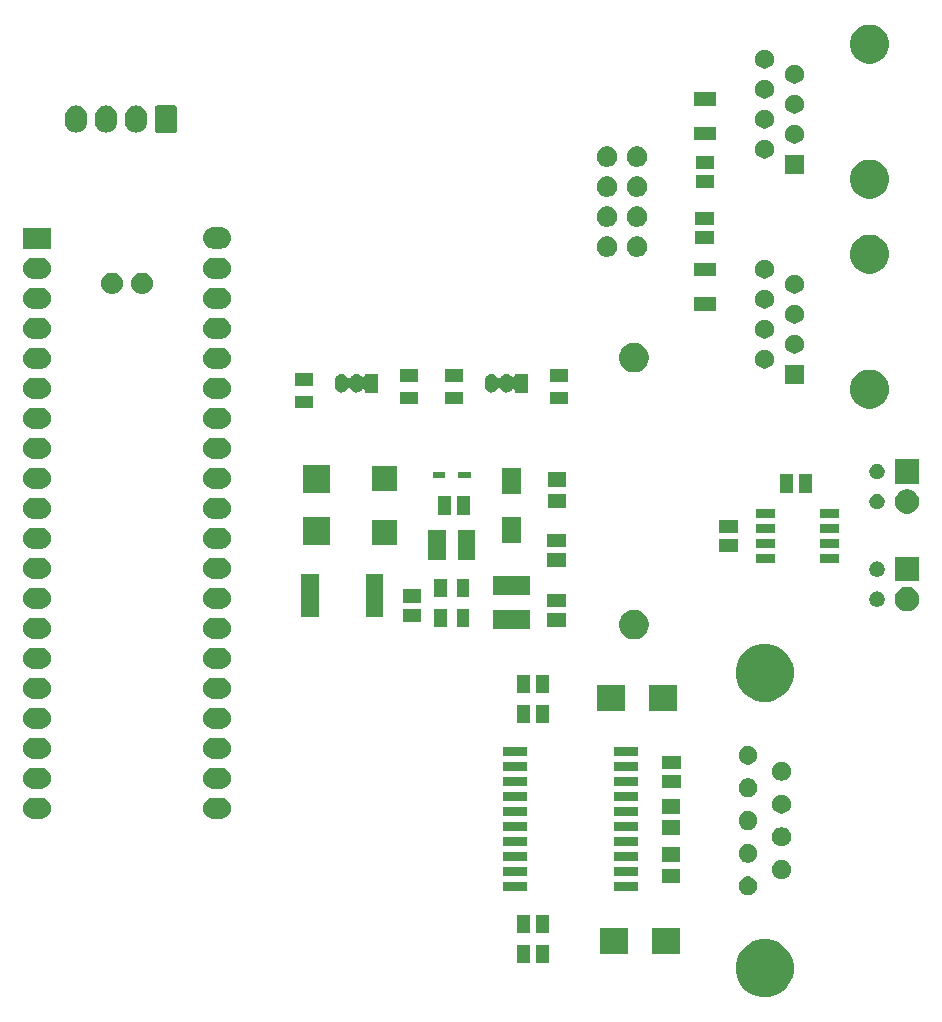
<source format=gbr>
G04 #@! TF.GenerationSoftware,KiCad,Pcbnew,5.0.2-bee76a0~70~ubuntu18.04.1*
G04 #@! TF.CreationDate,2019-11-25T15:04:39+01:00*
G04 #@! TF.ProjectId,RS232CInterface.kicad_pcb,52533233-3243-4496-9e74-657266616365,rev?*
G04 #@! TF.SameCoordinates,Original*
G04 #@! TF.FileFunction,Soldermask,Top*
G04 #@! TF.FilePolarity,Negative*
%FSLAX46Y46*%
G04 Gerber Fmt 4.6, Leading zero omitted, Abs format (unit mm)*
G04 Created by KiCad (PCBNEW 5.0.2-bee76a0~70~ubuntu18.04.1) date Mon 25 Nov 2019 03:04:39 PM CET*
%MOMM*%
%LPD*%
G01*
G04 APERTURE LIST*
%ADD10C,0.100000*%
G04 APERTURE END LIST*
D10*
G36*
X172822927Y-111187190D02*
X172822929Y-111187191D01*
X172822930Y-111187191D01*
X173268984Y-111371952D01*
X173544691Y-111556174D01*
X173670424Y-111640186D01*
X174011814Y-111981576D01*
X174011816Y-111981579D01*
X174280048Y-112383016D01*
X174464809Y-112829070D01*
X174559000Y-113302598D01*
X174559000Y-113785402D01*
X174464809Y-114258930D01*
X174280048Y-114704984D01*
X174013026Y-115104610D01*
X174011814Y-115106424D01*
X173670424Y-115447814D01*
X173670421Y-115447816D01*
X173268984Y-115716048D01*
X172822930Y-115900809D01*
X172822929Y-115900809D01*
X172822927Y-115900810D01*
X172349404Y-115995000D01*
X171866596Y-115995000D01*
X171393073Y-115900810D01*
X171393071Y-115900809D01*
X171393070Y-115900809D01*
X170947016Y-115716048D01*
X170545579Y-115447816D01*
X170545576Y-115447814D01*
X170204186Y-115106424D01*
X170202974Y-115104610D01*
X169935952Y-114704984D01*
X169751191Y-114258930D01*
X169657000Y-113785402D01*
X169657000Y-113302598D01*
X169751191Y-112829070D01*
X169935952Y-112383016D01*
X170204184Y-111981579D01*
X170204186Y-111981576D01*
X170545576Y-111640186D01*
X170671309Y-111556174D01*
X170947016Y-111371952D01*
X171393070Y-111187191D01*
X171393071Y-111187191D01*
X171393073Y-111187190D01*
X171866596Y-111093000D01*
X172349404Y-111093000D01*
X172822927Y-111187190D01*
X172822927Y-111187190D01*
G37*
G36*
X153883212Y-113128174D02*
X152761212Y-113128174D01*
X152761212Y-111556174D01*
X153883212Y-111556174D01*
X153883212Y-113128174D01*
X153883212Y-113128174D01*
G37*
G36*
X152263212Y-113128174D02*
X151141212Y-113128174D01*
X151141212Y-111556174D01*
X152263212Y-111556174D01*
X152263212Y-113128174D01*
X152263212Y-113128174D01*
G37*
G36*
X164920000Y-112378000D02*
X162568000Y-112378000D01*
X162568000Y-110126000D01*
X164920000Y-110126000D01*
X164920000Y-112378000D01*
X164920000Y-112378000D01*
G37*
G36*
X160520000Y-112378000D02*
X158168000Y-112378000D01*
X158168000Y-110126000D01*
X160520000Y-110126000D01*
X160520000Y-112378000D01*
X160520000Y-112378000D01*
G37*
G36*
X152263212Y-110588174D02*
X151141212Y-110588174D01*
X151141212Y-109016174D01*
X152263212Y-109016174D01*
X152263212Y-110588174D01*
X152263212Y-110588174D01*
G37*
G36*
X153883212Y-110588174D02*
X152761212Y-110588174D01*
X152761212Y-109016174D01*
X153883212Y-109016174D01*
X153883212Y-110588174D01*
X153883212Y-110588174D01*
G37*
G36*
X170921643Y-105813781D02*
X171067415Y-105874162D01*
X171198611Y-105961824D01*
X171310176Y-106073389D01*
X171397838Y-106204585D01*
X171458219Y-106350357D01*
X171489000Y-106505107D01*
X171489000Y-106662893D01*
X171458219Y-106817643D01*
X171397838Y-106963415D01*
X171310176Y-107094611D01*
X171198611Y-107206176D01*
X171067415Y-107293838D01*
X170921643Y-107354219D01*
X170766893Y-107385000D01*
X170609107Y-107385000D01*
X170454357Y-107354219D01*
X170308585Y-107293838D01*
X170177389Y-107206176D01*
X170065824Y-107094611D01*
X169978162Y-106963415D01*
X169917781Y-106817643D01*
X169887000Y-106662893D01*
X169887000Y-106505107D01*
X169917781Y-106350357D01*
X169978162Y-106204585D01*
X170065824Y-106073389D01*
X170177389Y-105961824D01*
X170308585Y-105874162D01*
X170454357Y-105813781D01*
X170609107Y-105783000D01*
X170766893Y-105783000D01*
X170921643Y-105813781D01*
X170921643Y-105813781D01*
G37*
G36*
X151988712Y-107003174D02*
X149961712Y-107003174D01*
X149961712Y-106251174D01*
X151988712Y-106251174D01*
X151988712Y-107003174D01*
X151988712Y-107003174D01*
G37*
G36*
X161412712Y-107003174D02*
X159385712Y-107003174D01*
X159385712Y-106251174D01*
X161412712Y-106251174D01*
X161412712Y-107003174D01*
X161412712Y-107003174D01*
G37*
G36*
X164967931Y-106368490D02*
X163415931Y-106368490D01*
X163415931Y-105116490D01*
X164967931Y-105116490D01*
X164967931Y-106368490D01*
X164967931Y-106368490D01*
G37*
G36*
X173761643Y-104428781D02*
X173907415Y-104489162D01*
X174038611Y-104576824D01*
X174150176Y-104688389D01*
X174237838Y-104819585D01*
X174298219Y-104965357D01*
X174329000Y-105120107D01*
X174329000Y-105277893D01*
X174298219Y-105432643D01*
X174237838Y-105578415D01*
X174150176Y-105709611D01*
X174038611Y-105821176D01*
X173907415Y-105908838D01*
X173761643Y-105969219D01*
X173606893Y-106000000D01*
X173449107Y-106000000D01*
X173294357Y-105969219D01*
X173148585Y-105908838D01*
X173017389Y-105821176D01*
X172905824Y-105709611D01*
X172818162Y-105578415D01*
X172757781Y-105432643D01*
X172727000Y-105277893D01*
X172727000Y-105120107D01*
X172757781Y-104965357D01*
X172818162Y-104819585D01*
X172905824Y-104688389D01*
X173017389Y-104576824D01*
X173148585Y-104489162D01*
X173294357Y-104428781D01*
X173449107Y-104398000D01*
X173606893Y-104398000D01*
X173761643Y-104428781D01*
X173761643Y-104428781D01*
G37*
G36*
X161412712Y-105733174D02*
X159385712Y-105733174D01*
X159385712Y-104981174D01*
X161412712Y-104981174D01*
X161412712Y-105733174D01*
X161412712Y-105733174D01*
G37*
G36*
X151988712Y-105733174D02*
X149961712Y-105733174D01*
X149961712Y-104981174D01*
X151988712Y-104981174D01*
X151988712Y-105733174D01*
X151988712Y-105733174D01*
G37*
G36*
X170921643Y-103043781D02*
X171067415Y-103104162D01*
X171198611Y-103191824D01*
X171310176Y-103303389D01*
X171397838Y-103434585D01*
X171458219Y-103580357D01*
X171489000Y-103735107D01*
X171489000Y-103892893D01*
X171458219Y-104047643D01*
X171397838Y-104193415D01*
X171310176Y-104324611D01*
X171198611Y-104436176D01*
X171067415Y-104523838D01*
X170921643Y-104584219D01*
X170766893Y-104615000D01*
X170609107Y-104615000D01*
X170454357Y-104584219D01*
X170308585Y-104523838D01*
X170177389Y-104436176D01*
X170065824Y-104324611D01*
X169978162Y-104193415D01*
X169917781Y-104047643D01*
X169887000Y-103892893D01*
X169887000Y-103735107D01*
X169917781Y-103580357D01*
X169978162Y-103434585D01*
X170065824Y-103303389D01*
X170177389Y-103191824D01*
X170308585Y-103104162D01*
X170454357Y-103043781D01*
X170609107Y-103013000D01*
X170766893Y-103013000D01*
X170921643Y-103043781D01*
X170921643Y-103043781D01*
G37*
G36*
X164967931Y-104568490D02*
X163415931Y-104568490D01*
X163415931Y-103316490D01*
X164967931Y-103316490D01*
X164967931Y-104568490D01*
X164967931Y-104568490D01*
G37*
G36*
X151988712Y-104463174D02*
X149961712Y-104463174D01*
X149961712Y-103711174D01*
X151988712Y-103711174D01*
X151988712Y-104463174D01*
X151988712Y-104463174D01*
G37*
G36*
X161412712Y-104463174D02*
X159385712Y-104463174D01*
X159385712Y-103711174D01*
X161412712Y-103711174D01*
X161412712Y-104463174D01*
X161412712Y-104463174D01*
G37*
G36*
X173761643Y-101658781D02*
X173907415Y-101719162D01*
X174038611Y-101806824D01*
X174150176Y-101918389D01*
X174237838Y-102049585D01*
X174298219Y-102195357D01*
X174329000Y-102350107D01*
X174329000Y-102507893D01*
X174298219Y-102662643D01*
X174237838Y-102808415D01*
X174150176Y-102939611D01*
X174038611Y-103051176D01*
X173907415Y-103138838D01*
X173761643Y-103199219D01*
X173606893Y-103230000D01*
X173449107Y-103230000D01*
X173294357Y-103199219D01*
X173148585Y-103138838D01*
X173017389Y-103051176D01*
X172905824Y-102939611D01*
X172818162Y-102808415D01*
X172757781Y-102662643D01*
X172727000Y-102507893D01*
X172727000Y-102350107D01*
X172757781Y-102195357D01*
X172818162Y-102049585D01*
X172905824Y-101918389D01*
X173017389Y-101806824D01*
X173148585Y-101719162D01*
X173294357Y-101658781D01*
X173449107Y-101628000D01*
X173606893Y-101628000D01*
X173761643Y-101658781D01*
X173761643Y-101658781D01*
G37*
G36*
X151988712Y-103193174D02*
X149961712Y-103193174D01*
X149961712Y-102441174D01*
X151988712Y-102441174D01*
X151988712Y-103193174D01*
X151988712Y-103193174D01*
G37*
G36*
X161412712Y-103193174D02*
X159385712Y-103193174D01*
X159385712Y-102441174D01*
X161412712Y-102441174D01*
X161412712Y-103193174D01*
X161412712Y-103193174D01*
G37*
G36*
X164967931Y-102293490D02*
X163415931Y-102293490D01*
X163415931Y-101041490D01*
X164967931Y-101041490D01*
X164967931Y-102293490D01*
X164967931Y-102293490D01*
G37*
G36*
X151988712Y-101923174D02*
X149961712Y-101923174D01*
X149961712Y-101171174D01*
X151988712Y-101171174D01*
X151988712Y-101923174D01*
X151988712Y-101923174D01*
G37*
G36*
X161412712Y-101923174D02*
X159385712Y-101923174D01*
X159385712Y-101171174D01*
X161412712Y-101171174D01*
X161412712Y-101923174D01*
X161412712Y-101923174D01*
G37*
G36*
X170921643Y-100273781D02*
X171067415Y-100334162D01*
X171198611Y-100421824D01*
X171310176Y-100533389D01*
X171397838Y-100664585D01*
X171458219Y-100810357D01*
X171489000Y-100965107D01*
X171489000Y-101122893D01*
X171458219Y-101277643D01*
X171397838Y-101423415D01*
X171310176Y-101554611D01*
X171198611Y-101666176D01*
X171067415Y-101753838D01*
X170921643Y-101814219D01*
X170766893Y-101845000D01*
X170609107Y-101845000D01*
X170454357Y-101814219D01*
X170308585Y-101753838D01*
X170177389Y-101666176D01*
X170065824Y-101554611D01*
X169978162Y-101423415D01*
X169917781Y-101277643D01*
X169887000Y-101122893D01*
X169887000Y-100965107D01*
X169917781Y-100810357D01*
X169978162Y-100664585D01*
X170065824Y-100533389D01*
X170177389Y-100421824D01*
X170308585Y-100334162D01*
X170454357Y-100273781D01*
X170609107Y-100243000D01*
X170766893Y-100243000D01*
X170921643Y-100273781D01*
X170921643Y-100273781D01*
G37*
G36*
X110930694Y-99123833D02*
X111103094Y-99176131D01*
X111103096Y-99176132D01*
X111261983Y-99261059D01*
X111401249Y-99375351D01*
X111515541Y-99514617D01*
X111600468Y-99673504D01*
X111600469Y-99673506D01*
X111652767Y-99845906D01*
X111670425Y-100025200D01*
X111652767Y-100204494D01*
X111600469Y-100376894D01*
X111600468Y-100376896D01*
X111515541Y-100535783D01*
X111401249Y-100675049D01*
X111261983Y-100789341D01*
X111103096Y-100874268D01*
X111103094Y-100874269D01*
X110930694Y-100926567D01*
X110796331Y-100939800D01*
X110183669Y-100939800D01*
X110049306Y-100926567D01*
X109876906Y-100874269D01*
X109876904Y-100874268D01*
X109718017Y-100789341D01*
X109578751Y-100675049D01*
X109464459Y-100535783D01*
X109379532Y-100376896D01*
X109379531Y-100376894D01*
X109327233Y-100204494D01*
X109309575Y-100025200D01*
X109327233Y-99845906D01*
X109379531Y-99673506D01*
X109379532Y-99673504D01*
X109464459Y-99514617D01*
X109578751Y-99375351D01*
X109718017Y-99261059D01*
X109876904Y-99176132D01*
X109876906Y-99176131D01*
X110049306Y-99123833D01*
X110183669Y-99110600D01*
X110796331Y-99110600D01*
X110930694Y-99123833D01*
X110930694Y-99123833D01*
G37*
G36*
X126170694Y-99123833D02*
X126343094Y-99176131D01*
X126343096Y-99176132D01*
X126501983Y-99261059D01*
X126641249Y-99375351D01*
X126755541Y-99514617D01*
X126840468Y-99673504D01*
X126840469Y-99673506D01*
X126892767Y-99845906D01*
X126910425Y-100025200D01*
X126892767Y-100204494D01*
X126840469Y-100376894D01*
X126840468Y-100376896D01*
X126755541Y-100535783D01*
X126641249Y-100675049D01*
X126501983Y-100789341D01*
X126343096Y-100874268D01*
X126343094Y-100874269D01*
X126170694Y-100926567D01*
X126036331Y-100939800D01*
X125423669Y-100939800D01*
X125289306Y-100926567D01*
X125116906Y-100874269D01*
X125116904Y-100874268D01*
X124958017Y-100789341D01*
X124818751Y-100675049D01*
X124704459Y-100535783D01*
X124619532Y-100376896D01*
X124619531Y-100376894D01*
X124567233Y-100204494D01*
X124549575Y-100025200D01*
X124567233Y-99845906D01*
X124619531Y-99673506D01*
X124619532Y-99673504D01*
X124704459Y-99514617D01*
X124818751Y-99375351D01*
X124958017Y-99261059D01*
X125116904Y-99176132D01*
X125116906Y-99176131D01*
X125289306Y-99123833D01*
X125423669Y-99110600D01*
X126036331Y-99110600D01*
X126170694Y-99123833D01*
X126170694Y-99123833D01*
G37*
G36*
X151988712Y-100653174D02*
X149961712Y-100653174D01*
X149961712Y-99901174D01*
X151988712Y-99901174D01*
X151988712Y-100653174D01*
X151988712Y-100653174D01*
G37*
G36*
X161412712Y-100653174D02*
X159385712Y-100653174D01*
X159385712Y-99901174D01*
X161412712Y-99901174D01*
X161412712Y-100653174D01*
X161412712Y-100653174D01*
G37*
G36*
X164967931Y-100493490D02*
X163415931Y-100493490D01*
X163415931Y-99241490D01*
X164967931Y-99241490D01*
X164967931Y-100493490D01*
X164967931Y-100493490D01*
G37*
G36*
X173761643Y-98888781D02*
X173907415Y-98949162D01*
X174038611Y-99036824D01*
X174150176Y-99148389D01*
X174237838Y-99279585D01*
X174298219Y-99425357D01*
X174329000Y-99580107D01*
X174329000Y-99737893D01*
X174298219Y-99892643D01*
X174237838Y-100038415D01*
X174150176Y-100169611D01*
X174038611Y-100281176D01*
X173907415Y-100368838D01*
X173761643Y-100429219D01*
X173606893Y-100460000D01*
X173449107Y-100460000D01*
X173294357Y-100429219D01*
X173148585Y-100368838D01*
X173017389Y-100281176D01*
X172905824Y-100169611D01*
X172818162Y-100038415D01*
X172757781Y-99892643D01*
X172727000Y-99737893D01*
X172727000Y-99580107D01*
X172757781Y-99425357D01*
X172818162Y-99279585D01*
X172905824Y-99148389D01*
X173017389Y-99036824D01*
X173148585Y-98949162D01*
X173294357Y-98888781D01*
X173449107Y-98858000D01*
X173606893Y-98858000D01*
X173761643Y-98888781D01*
X173761643Y-98888781D01*
G37*
G36*
X151988712Y-99383174D02*
X149961712Y-99383174D01*
X149961712Y-98631174D01*
X151988712Y-98631174D01*
X151988712Y-99383174D01*
X151988712Y-99383174D01*
G37*
G36*
X161412712Y-99383174D02*
X159385712Y-99383174D01*
X159385712Y-98631174D01*
X161412712Y-98631174D01*
X161412712Y-99383174D01*
X161412712Y-99383174D01*
G37*
G36*
X170921643Y-97503781D02*
X171067415Y-97564162D01*
X171198611Y-97651824D01*
X171310176Y-97763389D01*
X171397838Y-97894585D01*
X171458219Y-98040357D01*
X171489000Y-98195107D01*
X171489000Y-98352893D01*
X171458219Y-98507643D01*
X171397838Y-98653415D01*
X171310176Y-98784611D01*
X171198611Y-98896176D01*
X171067415Y-98983838D01*
X170921643Y-99044219D01*
X170766893Y-99075000D01*
X170609107Y-99075000D01*
X170454357Y-99044219D01*
X170308585Y-98983838D01*
X170177389Y-98896176D01*
X170065824Y-98784611D01*
X169978162Y-98653415D01*
X169917781Y-98507643D01*
X169887000Y-98352893D01*
X169887000Y-98195107D01*
X169917781Y-98040357D01*
X169978162Y-97894585D01*
X170065824Y-97763389D01*
X170177389Y-97651824D01*
X170308585Y-97564162D01*
X170454357Y-97503781D01*
X170609107Y-97473000D01*
X170766893Y-97473000D01*
X170921643Y-97503781D01*
X170921643Y-97503781D01*
G37*
G36*
X126170694Y-96583833D02*
X126343094Y-96636131D01*
X126343096Y-96636132D01*
X126501983Y-96721059D01*
X126501985Y-96721060D01*
X126501984Y-96721060D01*
X126641249Y-96835351D01*
X126755540Y-96974616D01*
X126840469Y-97133506D01*
X126892767Y-97305906D01*
X126910425Y-97485200D01*
X126892767Y-97664494D01*
X126840469Y-97836894D01*
X126840468Y-97836896D01*
X126755541Y-97995783D01*
X126641249Y-98135049D01*
X126501983Y-98249341D01*
X126353906Y-98328490D01*
X126343094Y-98334269D01*
X126170694Y-98386567D01*
X126036331Y-98399800D01*
X125423669Y-98399800D01*
X125289306Y-98386567D01*
X125116906Y-98334269D01*
X125106094Y-98328490D01*
X124958017Y-98249341D01*
X124818751Y-98135049D01*
X124704459Y-97995783D01*
X124619532Y-97836896D01*
X124619531Y-97836894D01*
X124567233Y-97664494D01*
X124549575Y-97485200D01*
X124567233Y-97305906D01*
X124619531Y-97133506D01*
X124704460Y-96974616D01*
X124818751Y-96835351D01*
X124958016Y-96721060D01*
X124958015Y-96721060D01*
X124958017Y-96721059D01*
X125116904Y-96636132D01*
X125116906Y-96636131D01*
X125289306Y-96583833D01*
X125423669Y-96570600D01*
X126036331Y-96570600D01*
X126170694Y-96583833D01*
X126170694Y-96583833D01*
G37*
G36*
X110930694Y-96583833D02*
X111103094Y-96636131D01*
X111103096Y-96636132D01*
X111261983Y-96721059D01*
X111261985Y-96721060D01*
X111261984Y-96721060D01*
X111401249Y-96835351D01*
X111515540Y-96974616D01*
X111600469Y-97133506D01*
X111652767Y-97305906D01*
X111670425Y-97485200D01*
X111652767Y-97664494D01*
X111600469Y-97836894D01*
X111600468Y-97836896D01*
X111515541Y-97995783D01*
X111401249Y-98135049D01*
X111261983Y-98249341D01*
X111113906Y-98328490D01*
X111103094Y-98334269D01*
X110930694Y-98386567D01*
X110796331Y-98399800D01*
X110183669Y-98399800D01*
X110049306Y-98386567D01*
X109876906Y-98334269D01*
X109866094Y-98328490D01*
X109718017Y-98249341D01*
X109578751Y-98135049D01*
X109464459Y-97995783D01*
X109379532Y-97836896D01*
X109379531Y-97836894D01*
X109327233Y-97664494D01*
X109309575Y-97485200D01*
X109327233Y-97305906D01*
X109379531Y-97133506D01*
X109464460Y-96974616D01*
X109578751Y-96835351D01*
X109718016Y-96721060D01*
X109718015Y-96721060D01*
X109718017Y-96721059D01*
X109876904Y-96636132D01*
X109876906Y-96636131D01*
X110049306Y-96583833D01*
X110183669Y-96570600D01*
X110796331Y-96570600D01*
X110930694Y-96583833D01*
X110930694Y-96583833D01*
G37*
G36*
X164977931Y-98328490D02*
X163405931Y-98328490D01*
X163405931Y-97206490D01*
X164977931Y-97206490D01*
X164977931Y-98328490D01*
X164977931Y-98328490D01*
G37*
G36*
X161412712Y-98113174D02*
X159385712Y-98113174D01*
X159385712Y-97361174D01*
X161412712Y-97361174D01*
X161412712Y-98113174D01*
X161412712Y-98113174D01*
G37*
G36*
X151988712Y-98113174D02*
X149961712Y-98113174D01*
X149961712Y-97361174D01*
X151988712Y-97361174D01*
X151988712Y-98113174D01*
X151988712Y-98113174D01*
G37*
G36*
X173761643Y-96118781D02*
X173907415Y-96179162D01*
X174038611Y-96266824D01*
X174150176Y-96378389D01*
X174237838Y-96509585D01*
X174298219Y-96655357D01*
X174329000Y-96810107D01*
X174329000Y-96967893D01*
X174298219Y-97122643D01*
X174237838Y-97268415D01*
X174150176Y-97399611D01*
X174038611Y-97511176D01*
X173907415Y-97598838D01*
X173761643Y-97659219D01*
X173606893Y-97690000D01*
X173449107Y-97690000D01*
X173294357Y-97659219D01*
X173148585Y-97598838D01*
X173017389Y-97511176D01*
X172905824Y-97399611D01*
X172818162Y-97268415D01*
X172757781Y-97122643D01*
X172727000Y-96967893D01*
X172727000Y-96810107D01*
X172757781Y-96655357D01*
X172818162Y-96509585D01*
X172905824Y-96378389D01*
X173017389Y-96266824D01*
X173148585Y-96179162D01*
X173294357Y-96118781D01*
X173449107Y-96088000D01*
X173606893Y-96088000D01*
X173761643Y-96118781D01*
X173761643Y-96118781D01*
G37*
G36*
X151988712Y-96843174D02*
X149961712Y-96843174D01*
X149961712Y-96091174D01*
X151988712Y-96091174D01*
X151988712Y-96843174D01*
X151988712Y-96843174D01*
G37*
G36*
X161412712Y-96843174D02*
X159385712Y-96843174D01*
X159385712Y-96091174D01*
X161412712Y-96091174D01*
X161412712Y-96843174D01*
X161412712Y-96843174D01*
G37*
G36*
X164977931Y-96708490D02*
X163405931Y-96708490D01*
X163405931Y-95586490D01*
X164977931Y-95586490D01*
X164977931Y-96708490D01*
X164977931Y-96708490D01*
G37*
G36*
X170921643Y-94733781D02*
X171067415Y-94794162D01*
X171198611Y-94881824D01*
X171310176Y-94993389D01*
X171397838Y-95124585D01*
X171458219Y-95270357D01*
X171489000Y-95425107D01*
X171489000Y-95582893D01*
X171458219Y-95737643D01*
X171397838Y-95883415D01*
X171310176Y-96014611D01*
X171198611Y-96126176D01*
X171067415Y-96213838D01*
X170921643Y-96274219D01*
X170766893Y-96305000D01*
X170609107Y-96305000D01*
X170454357Y-96274219D01*
X170308585Y-96213838D01*
X170177389Y-96126176D01*
X170065824Y-96014611D01*
X169978162Y-95883415D01*
X169917781Y-95737643D01*
X169887000Y-95582893D01*
X169887000Y-95425107D01*
X169917781Y-95270357D01*
X169978162Y-95124585D01*
X170065824Y-94993389D01*
X170177389Y-94881824D01*
X170308585Y-94794162D01*
X170454357Y-94733781D01*
X170609107Y-94703000D01*
X170766893Y-94703000D01*
X170921643Y-94733781D01*
X170921643Y-94733781D01*
G37*
G36*
X126170694Y-94043833D02*
X126343094Y-94096131D01*
X126343096Y-94096132D01*
X126501983Y-94181059D01*
X126501985Y-94181060D01*
X126501984Y-94181060D01*
X126641249Y-94295351D01*
X126755540Y-94434616D01*
X126840469Y-94593506D01*
X126892767Y-94765906D01*
X126910425Y-94945200D01*
X126892767Y-95124494D01*
X126848519Y-95270357D01*
X126840468Y-95296896D01*
X126755541Y-95455783D01*
X126641249Y-95595049D01*
X126501983Y-95709341D01*
X126343096Y-95794268D01*
X126343094Y-95794269D01*
X126170694Y-95846567D01*
X126036331Y-95859800D01*
X125423669Y-95859800D01*
X125289306Y-95846567D01*
X125116906Y-95794269D01*
X125116904Y-95794268D01*
X124958017Y-95709341D01*
X124818751Y-95595049D01*
X124704459Y-95455783D01*
X124619532Y-95296896D01*
X124611481Y-95270357D01*
X124567233Y-95124494D01*
X124549575Y-94945200D01*
X124567233Y-94765906D01*
X124619531Y-94593506D01*
X124704460Y-94434616D01*
X124818751Y-94295351D01*
X124958016Y-94181060D01*
X124958015Y-94181060D01*
X124958017Y-94181059D01*
X125116904Y-94096132D01*
X125116906Y-94096131D01*
X125289306Y-94043833D01*
X125423669Y-94030600D01*
X126036331Y-94030600D01*
X126170694Y-94043833D01*
X126170694Y-94043833D01*
G37*
G36*
X110930694Y-94043833D02*
X111103094Y-94096131D01*
X111103096Y-94096132D01*
X111261983Y-94181059D01*
X111261985Y-94181060D01*
X111261984Y-94181060D01*
X111401249Y-94295351D01*
X111515540Y-94434616D01*
X111600469Y-94593506D01*
X111652767Y-94765906D01*
X111670425Y-94945200D01*
X111652767Y-95124494D01*
X111608519Y-95270357D01*
X111600468Y-95296896D01*
X111515541Y-95455783D01*
X111401249Y-95595049D01*
X111261983Y-95709341D01*
X111103096Y-95794268D01*
X111103094Y-95794269D01*
X110930694Y-95846567D01*
X110796331Y-95859800D01*
X110183669Y-95859800D01*
X110049306Y-95846567D01*
X109876906Y-95794269D01*
X109876904Y-95794268D01*
X109718017Y-95709341D01*
X109578751Y-95595049D01*
X109464459Y-95455783D01*
X109379532Y-95296896D01*
X109371481Y-95270357D01*
X109327233Y-95124494D01*
X109309575Y-94945200D01*
X109327233Y-94765906D01*
X109379531Y-94593506D01*
X109464460Y-94434616D01*
X109578751Y-94295351D01*
X109718016Y-94181060D01*
X109718015Y-94181060D01*
X109718017Y-94181059D01*
X109876904Y-94096132D01*
X109876906Y-94096131D01*
X110049306Y-94043833D01*
X110183669Y-94030600D01*
X110796331Y-94030600D01*
X110930694Y-94043833D01*
X110930694Y-94043833D01*
G37*
G36*
X151988712Y-95573174D02*
X149961712Y-95573174D01*
X149961712Y-94821174D01*
X151988712Y-94821174D01*
X151988712Y-95573174D01*
X151988712Y-95573174D01*
G37*
G36*
X161412712Y-95573174D02*
X159385712Y-95573174D01*
X159385712Y-94821174D01*
X161412712Y-94821174D01*
X161412712Y-95573174D01*
X161412712Y-95573174D01*
G37*
G36*
X126170694Y-91503833D02*
X126343094Y-91556131D01*
X126343096Y-91556132D01*
X126501983Y-91641059D01*
X126501985Y-91641060D01*
X126501984Y-91641060D01*
X126641249Y-91755351D01*
X126755540Y-91894616D01*
X126840469Y-92053506D01*
X126892767Y-92225906D01*
X126910425Y-92405200D01*
X126892767Y-92584494D01*
X126840469Y-92756894D01*
X126840468Y-92756896D01*
X126755541Y-92915783D01*
X126641249Y-93055049D01*
X126501983Y-93169341D01*
X126343096Y-93254268D01*
X126343094Y-93254269D01*
X126170694Y-93306567D01*
X126036331Y-93319800D01*
X125423669Y-93319800D01*
X125289306Y-93306567D01*
X125116906Y-93254269D01*
X125116904Y-93254268D01*
X124958017Y-93169341D01*
X124818751Y-93055049D01*
X124704459Y-92915783D01*
X124619532Y-92756896D01*
X124619531Y-92756894D01*
X124567233Y-92584494D01*
X124549575Y-92405200D01*
X124567233Y-92225906D01*
X124619531Y-92053506D01*
X124704460Y-91894616D01*
X124818751Y-91755351D01*
X124958016Y-91641060D01*
X124958015Y-91641060D01*
X124958017Y-91641059D01*
X125116904Y-91556132D01*
X125116906Y-91556131D01*
X125289306Y-91503833D01*
X125423669Y-91490600D01*
X126036331Y-91490600D01*
X126170694Y-91503833D01*
X126170694Y-91503833D01*
G37*
G36*
X110930694Y-91503833D02*
X111103094Y-91556131D01*
X111103096Y-91556132D01*
X111261983Y-91641059D01*
X111261985Y-91641060D01*
X111261984Y-91641060D01*
X111401249Y-91755351D01*
X111515540Y-91894616D01*
X111600469Y-92053506D01*
X111652767Y-92225906D01*
X111670425Y-92405200D01*
X111652767Y-92584494D01*
X111600469Y-92756894D01*
X111600468Y-92756896D01*
X111515541Y-92915783D01*
X111401249Y-93055049D01*
X111261983Y-93169341D01*
X111103096Y-93254268D01*
X111103094Y-93254269D01*
X110930694Y-93306567D01*
X110796331Y-93319800D01*
X110183669Y-93319800D01*
X110049306Y-93306567D01*
X109876906Y-93254269D01*
X109876904Y-93254268D01*
X109718017Y-93169341D01*
X109578751Y-93055049D01*
X109464459Y-92915783D01*
X109379532Y-92756896D01*
X109379531Y-92756894D01*
X109327233Y-92584494D01*
X109309575Y-92405200D01*
X109327233Y-92225906D01*
X109379531Y-92053506D01*
X109464460Y-91894616D01*
X109578751Y-91755351D01*
X109718016Y-91641060D01*
X109718015Y-91641060D01*
X109718017Y-91641059D01*
X109876904Y-91556132D01*
X109876906Y-91556131D01*
X110049306Y-91503833D01*
X110183669Y-91490600D01*
X110796331Y-91490600D01*
X110930694Y-91503833D01*
X110930694Y-91503833D01*
G37*
G36*
X153883212Y-92808174D02*
X152761212Y-92808174D01*
X152761212Y-91236174D01*
X153883212Y-91236174D01*
X153883212Y-92808174D01*
X153883212Y-92808174D01*
G37*
G36*
X152263212Y-92808174D02*
X151141212Y-92808174D01*
X151141212Y-91236174D01*
X152263212Y-91236174D01*
X152263212Y-92808174D01*
X152263212Y-92808174D01*
G37*
G36*
X164666000Y-91804000D02*
X162314000Y-91804000D01*
X162314000Y-89552000D01*
X164666000Y-89552000D01*
X164666000Y-91804000D01*
X164666000Y-91804000D01*
G37*
G36*
X160266000Y-91804000D02*
X157914000Y-91804000D01*
X157914000Y-89552000D01*
X160266000Y-89552000D01*
X160266000Y-91804000D01*
X160266000Y-91804000D01*
G37*
G36*
X172822927Y-86187190D02*
X172822929Y-86187191D01*
X172822930Y-86187191D01*
X173268984Y-86371952D01*
X173668610Y-86638974D01*
X173670424Y-86640186D01*
X174011814Y-86981576D01*
X174011816Y-86981579D01*
X174280048Y-87383016D01*
X174464809Y-87829070D01*
X174464810Y-87829073D01*
X174559000Y-88302596D01*
X174559000Y-88785404D01*
X174473478Y-89215351D01*
X174464809Y-89258930D01*
X174280048Y-89704984D01*
X174053195Y-90044493D01*
X174011814Y-90106424D01*
X173670424Y-90447814D01*
X173670421Y-90447816D01*
X173268984Y-90716048D01*
X172822930Y-90900809D01*
X172822929Y-90900809D01*
X172822927Y-90900810D01*
X172349404Y-90995000D01*
X171866596Y-90995000D01*
X171393073Y-90900810D01*
X171393071Y-90900809D01*
X171393070Y-90900809D01*
X170947016Y-90716048D01*
X170545579Y-90447816D01*
X170545576Y-90447814D01*
X170204186Y-90106424D01*
X170162805Y-90044493D01*
X169935952Y-89704984D01*
X169751191Y-89258930D01*
X169742523Y-89215351D01*
X169657000Y-88785404D01*
X169657000Y-88302596D01*
X169751190Y-87829073D01*
X169751191Y-87829070D01*
X169935952Y-87383016D01*
X170204184Y-86981579D01*
X170204186Y-86981576D01*
X170545576Y-86640186D01*
X170547390Y-86638974D01*
X170947016Y-86371952D01*
X171393070Y-86187191D01*
X171393071Y-86187191D01*
X171393073Y-86187190D01*
X171866596Y-86093000D01*
X172349404Y-86093000D01*
X172822927Y-86187190D01*
X172822927Y-86187190D01*
G37*
G36*
X126170694Y-88963833D02*
X126343094Y-89016131D01*
X126343096Y-89016132D01*
X126501983Y-89101059D01*
X126501985Y-89101060D01*
X126501984Y-89101060D01*
X126641249Y-89215351D01*
X126755540Y-89354616D01*
X126840469Y-89513506D01*
X126892767Y-89685906D01*
X126910425Y-89865200D01*
X126892767Y-90044494D01*
X126840469Y-90216894D01*
X126840468Y-90216896D01*
X126755541Y-90375783D01*
X126641249Y-90515049D01*
X126501983Y-90629341D01*
X126343096Y-90714268D01*
X126343094Y-90714269D01*
X126170694Y-90766567D01*
X126036331Y-90779800D01*
X125423669Y-90779800D01*
X125289306Y-90766567D01*
X125116906Y-90714269D01*
X125116904Y-90714268D01*
X124958017Y-90629341D01*
X124818751Y-90515049D01*
X124704459Y-90375783D01*
X124619532Y-90216896D01*
X124619531Y-90216894D01*
X124567233Y-90044494D01*
X124549575Y-89865200D01*
X124567233Y-89685906D01*
X124619531Y-89513506D01*
X124704460Y-89354616D01*
X124818751Y-89215351D01*
X124958016Y-89101060D01*
X124958015Y-89101060D01*
X124958017Y-89101059D01*
X125116904Y-89016132D01*
X125116906Y-89016131D01*
X125289306Y-88963833D01*
X125423669Y-88950600D01*
X126036331Y-88950600D01*
X126170694Y-88963833D01*
X126170694Y-88963833D01*
G37*
G36*
X110930694Y-88963833D02*
X111103094Y-89016131D01*
X111103096Y-89016132D01*
X111261983Y-89101059D01*
X111261985Y-89101060D01*
X111261984Y-89101060D01*
X111401249Y-89215351D01*
X111515540Y-89354616D01*
X111600469Y-89513506D01*
X111652767Y-89685906D01*
X111670425Y-89865200D01*
X111652767Y-90044494D01*
X111600469Y-90216894D01*
X111600468Y-90216896D01*
X111515541Y-90375783D01*
X111401249Y-90515049D01*
X111261983Y-90629341D01*
X111103096Y-90714268D01*
X111103094Y-90714269D01*
X110930694Y-90766567D01*
X110796331Y-90779800D01*
X110183669Y-90779800D01*
X110049306Y-90766567D01*
X109876906Y-90714269D01*
X109876904Y-90714268D01*
X109718017Y-90629341D01*
X109578751Y-90515049D01*
X109464459Y-90375783D01*
X109379532Y-90216896D01*
X109379531Y-90216894D01*
X109327233Y-90044494D01*
X109309575Y-89865200D01*
X109327233Y-89685906D01*
X109379531Y-89513506D01*
X109464460Y-89354616D01*
X109578751Y-89215351D01*
X109718016Y-89101060D01*
X109718015Y-89101060D01*
X109718017Y-89101059D01*
X109876904Y-89016132D01*
X109876906Y-89016131D01*
X110049306Y-88963833D01*
X110183669Y-88950600D01*
X110796331Y-88950600D01*
X110930694Y-88963833D01*
X110930694Y-88963833D01*
G37*
G36*
X152263212Y-90268174D02*
X151141212Y-90268174D01*
X151141212Y-88696174D01*
X152263212Y-88696174D01*
X152263212Y-90268174D01*
X152263212Y-90268174D01*
G37*
G36*
X153883212Y-90268174D02*
X152761212Y-90268174D01*
X152761212Y-88696174D01*
X153883212Y-88696174D01*
X153883212Y-90268174D01*
X153883212Y-90268174D01*
G37*
G36*
X110930694Y-86423833D02*
X111103094Y-86476131D01*
X111103096Y-86476132D01*
X111261983Y-86561059D01*
X111261985Y-86561060D01*
X111261984Y-86561060D01*
X111401249Y-86675351D01*
X111515540Y-86814616D01*
X111600469Y-86973506D01*
X111652767Y-87145906D01*
X111670425Y-87325200D01*
X111652767Y-87504494D01*
X111600469Y-87676894D01*
X111600468Y-87676896D01*
X111515541Y-87835783D01*
X111401249Y-87975049D01*
X111261983Y-88089341D01*
X111103096Y-88174268D01*
X111103094Y-88174269D01*
X110930694Y-88226567D01*
X110796331Y-88239800D01*
X110183669Y-88239800D01*
X110049306Y-88226567D01*
X109876906Y-88174269D01*
X109876904Y-88174268D01*
X109718017Y-88089341D01*
X109578751Y-87975049D01*
X109464459Y-87835783D01*
X109379532Y-87676896D01*
X109379531Y-87676894D01*
X109327233Y-87504494D01*
X109309575Y-87325200D01*
X109327233Y-87145906D01*
X109379531Y-86973506D01*
X109464460Y-86814616D01*
X109578751Y-86675351D01*
X109718016Y-86561060D01*
X109718015Y-86561060D01*
X109718017Y-86561059D01*
X109876904Y-86476132D01*
X109876906Y-86476131D01*
X110049306Y-86423833D01*
X110183669Y-86410600D01*
X110796331Y-86410600D01*
X110930694Y-86423833D01*
X110930694Y-86423833D01*
G37*
G36*
X126170694Y-86423833D02*
X126343094Y-86476131D01*
X126343096Y-86476132D01*
X126501983Y-86561059D01*
X126501985Y-86561060D01*
X126501984Y-86561060D01*
X126641249Y-86675351D01*
X126755540Y-86814616D01*
X126840469Y-86973506D01*
X126892767Y-87145906D01*
X126910425Y-87325200D01*
X126892767Y-87504494D01*
X126840469Y-87676894D01*
X126840468Y-87676896D01*
X126755541Y-87835783D01*
X126641249Y-87975049D01*
X126501983Y-88089341D01*
X126343096Y-88174268D01*
X126343094Y-88174269D01*
X126170694Y-88226567D01*
X126036331Y-88239800D01*
X125423669Y-88239800D01*
X125289306Y-88226567D01*
X125116906Y-88174269D01*
X125116904Y-88174268D01*
X124958017Y-88089341D01*
X124818751Y-87975049D01*
X124704459Y-87835783D01*
X124619532Y-87676896D01*
X124619531Y-87676894D01*
X124567233Y-87504494D01*
X124549575Y-87325200D01*
X124567233Y-87145906D01*
X124619531Y-86973506D01*
X124704460Y-86814616D01*
X124818751Y-86675351D01*
X124958016Y-86561060D01*
X124958015Y-86561060D01*
X124958017Y-86561059D01*
X125116904Y-86476132D01*
X125116906Y-86476131D01*
X125289306Y-86423833D01*
X125423669Y-86410600D01*
X126036331Y-86410600D01*
X126170694Y-86423833D01*
X126170694Y-86423833D01*
G37*
G36*
X161180474Y-83205229D02*
X161400903Y-83249075D01*
X161628571Y-83343378D01*
X161832542Y-83479668D01*
X161833469Y-83480287D01*
X162007713Y-83654531D01*
X162007715Y-83654534D01*
X162144622Y-83859429D01*
X162238925Y-84087097D01*
X162287000Y-84328787D01*
X162287000Y-84575213D01*
X162238925Y-84816903D01*
X162144622Y-85044571D01*
X162082932Y-85136896D01*
X162007713Y-85249469D01*
X161833469Y-85423713D01*
X161833466Y-85423715D01*
X161628571Y-85560622D01*
X161400903Y-85654925D01*
X161241827Y-85686567D01*
X161159214Y-85703000D01*
X160912786Y-85703000D01*
X160830173Y-85686567D01*
X160671097Y-85654925D01*
X160443429Y-85560622D01*
X160238534Y-85423715D01*
X160238531Y-85423713D01*
X160064287Y-85249469D01*
X159989068Y-85136896D01*
X159927378Y-85044571D01*
X159833075Y-84816903D01*
X159785000Y-84575213D01*
X159785000Y-84328787D01*
X159833075Y-84087097D01*
X159927378Y-83859429D01*
X160064285Y-83654534D01*
X160064287Y-83654531D01*
X160238531Y-83480287D01*
X160239458Y-83479668D01*
X160443429Y-83343378D01*
X160671097Y-83249075D01*
X160891526Y-83205229D01*
X160912786Y-83201000D01*
X161159214Y-83201000D01*
X161180474Y-83205229D01*
X161180474Y-83205229D01*
G37*
G36*
X110930694Y-83883833D02*
X111103094Y-83936131D01*
X111103096Y-83936132D01*
X111261983Y-84021059D01*
X111401249Y-84135351D01*
X111515541Y-84274617D01*
X111600468Y-84433504D01*
X111600469Y-84433506D01*
X111652767Y-84605906D01*
X111670425Y-84785200D01*
X111652767Y-84964494D01*
X111628475Y-85044571D01*
X111600468Y-85136896D01*
X111515541Y-85295783D01*
X111401249Y-85435049D01*
X111261983Y-85549341D01*
X111103096Y-85634268D01*
X111103094Y-85634269D01*
X110930694Y-85686567D01*
X110796331Y-85699800D01*
X110183669Y-85699800D01*
X110049306Y-85686567D01*
X109876906Y-85634269D01*
X109876904Y-85634268D01*
X109718017Y-85549341D01*
X109578751Y-85435049D01*
X109464459Y-85295783D01*
X109379532Y-85136896D01*
X109351525Y-85044571D01*
X109327233Y-84964494D01*
X109309575Y-84785200D01*
X109327233Y-84605906D01*
X109379531Y-84433506D01*
X109379532Y-84433504D01*
X109464459Y-84274617D01*
X109578751Y-84135351D01*
X109718017Y-84021059D01*
X109876904Y-83936132D01*
X109876906Y-83936131D01*
X110049306Y-83883833D01*
X110183669Y-83870600D01*
X110796331Y-83870600D01*
X110930694Y-83883833D01*
X110930694Y-83883833D01*
G37*
G36*
X126170694Y-83883833D02*
X126343094Y-83936131D01*
X126343096Y-83936132D01*
X126501983Y-84021059D01*
X126641249Y-84135351D01*
X126755541Y-84274617D01*
X126840468Y-84433504D01*
X126840469Y-84433506D01*
X126892767Y-84605906D01*
X126910425Y-84785200D01*
X126892767Y-84964494D01*
X126868475Y-85044571D01*
X126840468Y-85136896D01*
X126755541Y-85295783D01*
X126641249Y-85435049D01*
X126501983Y-85549341D01*
X126343096Y-85634268D01*
X126343094Y-85634269D01*
X126170694Y-85686567D01*
X126036331Y-85699800D01*
X125423669Y-85699800D01*
X125289306Y-85686567D01*
X125116906Y-85634269D01*
X125116904Y-85634268D01*
X124958017Y-85549341D01*
X124818751Y-85435049D01*
X124704459Y-85295783D01*
X124619532Y-85136896D01*
X124591525Y-85044571D01*
X124567233Y-84964494D01*
X124549575Y-84785200D01*
X124567233Y-84605906D01*
X124619531Y-84433506D01*
X124619532Y-84433504D01*
X124704459Y-84274617D01*
X124818751Y-84135351D01*
X124958017Y-84021059D01*
X125116904Y-83936132D01*
X125116906Y-83936131D01*
X125289306Y-83883833D01*
X125423669Y-83870600D01*
X126036331Y-83870600D01*
X126170694Y-83883833D01*
X126170694Y-83883833D01*
G37*
G36*
X152236192Y-84865985D02*
X149134192Y-84865985D01*
X149134192Y-83263985D01*
X152236192Y-83263985D01*
X152236192Y-84865985D01*
X152236192Y-84865985D01*
G37*
G36*
X147081192Y-84635985D02*
X146029192Y-84635985D01*
X146029192Y-83133985D01*
X147081192Y-83133985D01*
X147081192Y-84635985D01*
X147081192Y-84635985D01*
G37*
G36*
X145181192Y-84635985D02*
X144129192Y-84635985D01*
X144129192Y-83133985D01*
X145181192Y-83133985D01*
X145181192Y-84635985D01*
X145181192Y-84635985D01*
G37*
G36*
X155281192Y-84620985D02*
X153709192Y-84620985D01*
X153709192Y-83498985D01*
X155281192Y-83498985D01*
X155281192Y-84620985D01*
X155281192Y-84620985D01*
G37*
G36*
X143026000Y-84223000D02*
X141454000Y-84223000D01*
X141454000Y-83101000D01*
X143026000Y-83101000D01*
X143026000Y-84223000D01*
X143026000Y-84223000D01*
G37*
G36*
X139815192Y-83810985D02*
X138313192Y-83810985D01*
X138313192Y-80148985D01*
X139815192Y-80148985D01*
X139815192Y-83810985D01*
X139815192Y-83810985D01*
G37*
G36*
X134355192Y-83810985D02*
X132853192Y-83810985D01*
X132853192Y-80148985D01*
X134355192Y-80148985D01*
X134355192Y-83810985D01*
X134355192Y-83810985D01*
G37*
G36*
X184449272Y-81309428D02*
X184635992Y-81386770D01*
X184804040Y-81499056D01*
X184946944Y-81641960D01*
X185059230Y-81810008D01*
X185136572Y-81996728D01*
X185176000Y-82194946D01*
X185176000Y-82397054D01*
X185136572Y-82595272D01*
X185059230Y-82781992D01*
X184946944Y-82950040D01*
X184804040Y-83092944D01*
X184635992Y-83205230D01*
X184449272Y-83282572D01*
X184251054Y-83322000D01*
X184048946Y-83322000D01*
X183850728Y-83282572D01*
X183664008Y-83205230D01*
X183495960Y-83092944D01*
X183353056Y-82950040D01*
X183240770Y-82781992D01*
X183163428Y-82595272D01*
X183124000Y-82397054D01*
X183124000Y-82194946D01*
X183163428Y-81996728D01*
X183240770Y-81810008D01*
X183353056Y-81641960D01*
X183495960Y-81499056D01*
X183664008Y-81386770D01*
X183850728Y-81309428D01*
X184048946Y-81270000D01*
X184251054Y-81270000D01*
X184449272Y-81309428D01*
X184449272Y-81309428D01*
G37*
G36*
X126170694Y-81343833D02*
X126343094Y-81396131D01*
X126343096Y-81396132D01*
X126501983Y-81481059D01*
X126641249Y-81595351D01*
X126755541Y-81734617D01*
X126795838Y-81810007D01*
X126840469Y-81893506D01*
X126892767Y-82065906D01*
X126910425Y-82245200D01*
X126892767Y-82424494D01*
X126840469Y-82596894D01*
X126840468Y-82596896D01*
X126755541Y-82755783D01*
X126641249Y-82895049D01*
X126501983Y-83009341D01*
X126345573Y-83092944D01*
X126343094Y-83094269D01*
X126170694Y-83146567D01*
X126036331Y-83159800D01*
X125423669Y-83159800D01*
X125289306Y-83146567D01*
X125116906Y-83094269D01*
X125114427Y-83092944D01*
X124958017Y-83009341D01*
X124818751Y-82895049D01*
X124704459Y-82755783D01*
X124619532Y-82596896D01*
X124619531Y-82596894D01*
X124567233Y-82424494D01*
X124549575Y-82245200D01*
X124567233Y-82065906D01*
X124619531Y-81893506D01*
X124664162Y-81810007D01*
X124704459Y-81734617D01*
X124818751Y-81595351D01*
X124958017Y-81481059D01*
X125116904Y-81396132D01*
X125116906Y-81396131D01*
X125289306Y-81343833D01*
X125423669Y-81330600D01*
X126036331Y-81330600D01*
X126170694Y-81343833D01*
X126170694Y-81343833D01*
G37*
G36*
X110930694Y-81343833D02*
X111103094Y-81396131D01*
X111103096Y-81396132D01*
X111261983Y-81481059D01*
X111401249Y-81595351D01*
X111515541Y-81734617D01*
X111555838Y-81810007D01*
X111600469Y-81893506D01*
X111652767Y-82065906D01*
X111670425Y-82245200D01*
X111652767Y-82424494D01*
X111600469Y-82596894D01*
X111600468Y-82596896D01*
X111515541Y-82755783D01*
X111401249Y-82895049D01*
X111261983Y-83009341D01*
X111105573Y-83092944D01*
X111103094Y-83094269D01*
X110930694Y-83146567D01*
X110796331Y-83159800D01*
X110183669Y-83159800D01*
X110049306Y-83146567D01*
X109876906Y-83094269D01*
X109874427Y-83092944D01*
X109718017Y-83009341D01*
X109578751Y-82895049D01*
X109464459Y-82755783D01*
X109379532Y-82596896D01*
X109379531Y-82596894D01*
X109327233Y-82424494D01*
X109309575Y-82245200D01*
X109327233Y-82065906D01*
X109379531Y-81893506D01*
X109424162Y-81810007D01*
X109464459Y-81734617D01*
X109578751Y-81595351D01*
X109718017Y-81481059D01*
X109876904Y-81396132D01*
X109876906Y-81396131D01*
X110049306Y-81343833D01*
X110183669Y-81330600D01*
X110796331Y-81330600D01*
X110930694Y-81343833D01*
X110930694Y-81343833D01*
G37*
G36*
X155281192Y-83000985D02*
X153709192Y-83000985D01*
X153709192Y-81878985D01*
X155281192Y-81878985D01*
X155281192Y-83000985D01*
X155281192Y-83000985D01*
G37*
G36*
X181799890Y-81670017D02*
X181918361Y-81719089D01*
X182024992Y-81790338D01*
X182115662Y-81881008D01*
X182186911Y-81987639D01*
X182235983Y-82106110D01*
X182261000Y-82231881D01*
X182261000Y-82360119D01*
X182235983Y-82485890D01*
X182186911Y-82604361D01*
X182115662Y-82710992D01*
X182024992Y-82801662D01*
X181918361Y-82872911D01*
X181799890Y-82921983D01*
X181674119Y-82947000D01*
X181545881Y-82947000D01*
X181420110Y-82921983D01*
X181301639Y-82872911D01*
X181195008Y-82801662D01*
X181104338Y-82710992D01*
X181033089Y-82604361D01*
X180984017Y-82485890D01*
X180959000Y-82360119D01*
X180959000Y-82231881D01*
X180984017Y-82106110D01*
X181033089Y-81987639D01*
X181104338Y-81881008D01*
X181195008Y-81790338D01*
X181301639Y-81719089D01*
X181420110Y-81670017D01*
X181545881Y-81645000D01*
X181674119Y-81645000D01*
X181799890Y-81670017D01*
X181799890Y-81670017D01*
G37*
G36*
X143026000Y-82603000D02*
X141454000Y-82603000D01*
X141454000Y-81481000D01*
X143026000Y-81481000D01*
X143026000Y-82603000D01*
X143026000Y-82603000D01*
G37*
G36*
X147081192Y-82095985D02*
X146029192Y-82095985D01*
X146029192Y-80593985D01*
X147081192Y-80593985D01*
X147081192Y-82095985D01*
X147081192Y-82095985D01*
G37*
G36*
X145181192Y-82095985D02*
X144129192Y-82095985D01*
X144129192Y-80593985D01*
X145181192Y-80593985D01*
X145181192Y-82095985D01*
X145181192Y-82095985D01*
G37*
G36*
X152236192Y-81965985D02*
X149134192Y-81965985D01*
X149134192Y-80363985D01*
X152236192Y-80363985D01*
X152236192Y-81965985D01*
X152236192Y-81965985D01*
G37*
G36*
X185176000Y-80782000D02*
X183124000Y-80782000D01*
X183124000Y-78730000D01*
X185176000Y-78730000D01*
X185176000Y-80782000D01*
X185176000Y-80782000D01*
G37*
G36*
X126170694Y-78803833D02*
X126343094Y-78856131D01*
X126343096Y-78856132D01*
X126501983Y-78941059D01*
X126641249Y-79055351D01*
X126755541Y-79194617D01*
X126794765Y-79268000D01*
X126840469Y-79353506D01*
X126892767Y-79525906D01*
X126910425Y-79705200D01*
X126892767Y-79884494D01*
X126840469Y-80056894D01*
X126840468Y-80056896D01*
X126755541Y-80215783D01*
X126641249Y-80355049D01*
X126501983Y-80469341D01*
X126343096Y-80554268D01*
X126343094Y-80554269D01*
X126170694Y-80606567D01*
X126036331Y-80619800D01*
X125423669Y-80619800D01*
X125289306Y-80606567D01*
X125116906Y-80554269D01*
X125116904Y-80554268D01*
X124958017Y-80469341D01*
X124818751Y-80355049D01*
X124704459Y-80215783D01*
X124619532Y-80056896D01*
X124619531Y-80056894D01*
X124567233Y-79884494D01*
X124549575Y-79705200D01*
X124567233Y-79525906D01*
X124619531Y-79353506D01*
X124665235Y-79268000D01*
X124704459Y-79194617D01*
X124818751Y-79055351D01*
X124958017Y-78941059D01*
X125116904Y-78856132D01*
X125116906Y-78856131D01*
X125289306Y-78803833D01*
X125423669Y-78790600D01*
X126036331Y-78790600D01*
X126170694Y-78803833D01*
X126170694Y-78803833D01*
G37*
G36*
X110930694Y-78803833D02*
X111103094Y-78856131D01*
X111103096Y-78856132D01*
X111261983Y-78941059D01*
X111401249Y-79055351D01*
X111515541Y-79194617D01*
X111554765Y-79268000D01*
X111600469Y-79353506D01*
X111652767Y-79525906D01*
X111670425Y-79705200D01*
X111652767Y-79884494D01*
X111600469Y-80056894D01*
X111600468Y-80056896D01*
X111515541Y-80215783D01*
X111401249Y-80355049D01*
X111261983Y-80469341D01*
X111103096Y-80554268D01*
X111103094Y-80554269D01*
X110930694Y-80606567D01*
X110796331Y-80619800D01*
X110183669Y-80619800D01*
X110049306Y-80606567D01*
X109876906Y-80554269D01*
X109876904Y-80554268D01*
X109718017Y-80469341D01*
X109578751Y-80355049D01*
X109464459Y-80215783D01*
X109379532Y-80056896D01*
X109379531Y-80056894D01*
X109327233Y-79884494D01*
X109309575Y-79705200D01*
X109327233Y-79525906D01*
X109379531Y-79353506D01*
X109425235Y-79268000D01*
X109464459Y-79194617D01*
X109578751Y-79055351D01*
X109718017Y-78941059D01*
X109876904Y-78856132D01*
X109876906Y-78856131D01*
X110049306Y-78803833D01*
X110183669Y-78790600D01*
X110796331Y-78790600D01*
X110930694Y-78803833D01*
X110930694Y-78803833D01*
G37*
G36*
X181799890Y-79130017D02*
X181918361Y-79179089D01*
X182024992Y-79250338D01*
X182115662Y-79341008D01*
X182186911Y-79447639D01*
X182235983Y-79566110D01*
X182261000Y-79691881D01*
X182261000Y-79820119D01*
X182235983Y-79945890D01*
X182186911Y-80064361D01*
X182115662Y-80170992D01*
X182024992Y-80261662D01*
X181918361Y-80332911D01*
X181799890Y-80381983D01*
X181674119Y-80407000D01*
X181545881Y-80407000D01*
X181420110Y-80381983D01*
X181301639Y-80332911D01*
X181195008Y-80261662D01*
X181104338Y-80170992D01*
X181033089Y-80064361D01*
X180984017Y-79945890D01*
X180959000Y-79820119D01*
X180959000Y-79691881D01*
X180984017Y-79566110D01*
X181033089Y-79447639D01*
X181104338Y-79341008D01*
X181195008Y-79250338D01*
X181301639Y-79179089D01*
X181420110Y-79130017D01*
X181545881Y-79105000D01*
X181674119Y-79105000D01*
X181799890Y-79130017D01*
X181799890Y-79130017D01*
G37*
G36*
X155281192Y-79540985D02*
X153709192Y-79540985D01*
X153709192Y-78418985D01*
X155281192Y-78418985D01*
X155281192Y-79540985D01*
X155281192Y-79540985D01*
G37*
G36*
X178404500Y-79268000D02*
X176777500Y-79268000D01*
X176777500Y-78466000D01*
X178404500Y-78466000D01*
X178404500Y-79268000D01*
X178404500Y-79268000D01*
G37*
G36*
X172980500Y-79268000D02*
X171353500Y-79268000D01*
X171353500Y-78466000D01*
X172980500Y-78466000D01*
X172980500Y-79268000D01*
X172980500Y-79268000D01*
G37*
G36*
X145106192Y-79025000D02*
X143604192Y-79025000D01*
X143604192Y-76423000D01*
X145106192Y-76423000D01*
X145106192Y-79025000D01*
X145106192Y-79025000D01*
G37*
G36*
X147606192Y-79025000D02*
X146104192Y-79025000D01*
X146104192Y-76423000D01*
X147606192Y-76423000D01*
X147606192Y-79025000D01*
X147606192Y-79025000D01*
G37*
G36*
X169823000Y-78333000D02*
X168251000Y-78333000D01*
X168251000Y-77211000D01*
X169823000Y-77211000D01*
X169823000Y-78333000D01*
X169823000Y-78333000D01*
G37*
G36*
X110930694Y-76263833D02*
X111103094Y-76316131D01*
X111103096Y-76316132D01*
X111261983Y-76401059D01*
X111261985Y-76401060D01*
X111261984Y-76401060D01*
X111401249Y-76515351D01*
X111515540Y-76654616D01*
X111600469Y-76813506D01*
X111652767Y-76985906D01*
X111670425Y-77165200D01*
X111652767Y-77344494D01*
X111600469Y-77516894D01*
X111600468Y-77516896D01*
X111515541Y-77675783D01*
X111401249Y-77815049D01*
X111261983Y-77929341D01*
X111133531Y-77998000D01*
X111103094Y-78014269D01*
X110930694Y-78066567D01*
X110796331Y-78079800D01*
X110183669Y-78079800D01*
X110049306Y-78066567D01*
X109876906Y-78014269D01*
X109846469Y-77998000D01*
X109718017Y-77929341D01*
X109578751Y-77815049D01*
X109464459Y-77675783D01*
X109379532Y-77516896D01*
X109379531Y-77516894D01*
X109327233Y-77344494D01*
X109309575Y-77165200D01*
X109327233Y-76985906D01*
X109379531Y-76813506D01*
X109464460Y-76654616D01*
X109578751Y-76515351D01*
X109718016Y-76401060D01*
X109718015Y-76401060D01*
X109718017Y-76401059D01*
X109876904Y-76316132D01*
X109876906Y-76316131D01*
X110049306Y-76263833D01*
X110183669Y-76250600D01*
X110796331Y-76250600D01*
X110930694Y-76263833D01*
X110930694Y-76263833D01*
G37*
G36*
X126170694Y-76263833D02*
X126343094Y-76316131D01*
X126343096Y-76316132D01*
X126501983Y-76401059D01*
X126501985Y-76401060D01*
X126501984Y-76401060D01*
X126641249Y-76515351D01*
X126755540Y-76654616D01*
X126840469Y-76813506D01*
X126892767Y-76985906D01*
X126910425Y-77165200D01*
X126892767Y-77344494D01*
X126840469Y-77516894D01*
X126840468Y-77516896D01*
X126755541Y-77675783D01*
X126641249Y-77815049D01*
X126501983Y-77929341D01*
X126373531Y-77998000D01*
X126343094Y-78014269D01*
X126170694Y-78066567D01*
X126036331Y-78079800D01*
X125423669Y-78079800D01*
X125289306Y-78066567D01*
X125116906Y-78014269D01*
X125086469Y-77998000D01*
X124958017Y-77929341D01*
X124818751Y-77815049D01*
X124704459Y-77675783D01*
X124619532Y-77516896D01*
X124619531Y-77516894D01*
X124567233Y-77344494D01*
X124549575Y-77165200D01*
X124567233Y-76985906D01*
X124619531Y-76813506D01*
X124704460Y-76654616D01*
X124818751Y-76515351D01*
X124958016Y-76401060D01*
X124958015Y-76401060D01*
X124958017Y-76401059D01*
X125116904Y-76316132D01*
X125116906Y-76316131D01*
X125289306Y-76263833D01*
X125423669Y-76250600D01*
X126036331Y-76250600D01*
X126170694Y-76263833D01*
X126170694Y-76263833D01*
G37*
G36*
X178404500Y-77998000D02*
X176777500Y-77998000D01*
X176777500Y-77196000D01*
X178404500Y-77196000D01*
X178404500Y-77998000D01*
X178404500Y-77998000D01*
G37*
G36*
X172980500Y-77998000D02*
X171353500Y-77998000D01*
X171353500Y-77196000D01*
X172980500Y-77196000D01*
X172980500Y-77998000D01*
X172980500Y-77998000D01*
G37*
G36*
X155281192Y-77920985D02*
X153709192Y-77920985D01*
X153709192Y-76798985D01*
X155281192Y-76798985D01*
X155281192Y-77920985D01*
X155281192Y-77920985D01*
G37*
G36*
X135301192Y-77735985D02*
X133049192Y-77735985D01*
X133049192Y-75383985D01*
X135301192Y-75383985D01*
X135301192Y-77735985D01*
X135301192Y-77735985D01*
G37*
G36*
X140966192Y-77710985D02*
X138814192Y-77710985D01*
X138814192Y-75608985D01*
X140966192Y-75608985D01*
X140966192Y-77710985D01*
X140966192Y-77710985D01*
G37*
G36*
X151486192Y-77560985D02*
X149884192Y-77560985D01*
X149884192Y-75358985D01*
X151486192Y-75358985D01*
X151486192Y-77560985D01*
X151486192Y-77560985D01*
G37*
G36*
X178404500Y-76728000D02*
X176777500Y-76728000D01*
X176777500Y-75926000D01*
X178404500Y-75926000D01*
X178404500Y-76728000D01*
X178404500Y-76728000D01*
G37*
G36*
X172980500Y-76728000D02*
X171353500Y-76728000D01*
X171353500Y-75926000D01*
X172980500Y-75926000D01*
X172980500Y-76728000D01*
X172980500Y-76728000D01*
G37*
G36*
X169823000Y-76713000D02*
X168251000Y-76713000D01*
X168251000Y-75591000D01*
X169823000Y-75591000D01*
X169823000Y-76713000D01*
X169823000Y-76713000D01*
G37*
G36*
X110930694Y-73723833D02*
X111103094Y-73776131D01*
X111103096Y-73776132D01*
X111261983Y-73861059D01*
X111261985Y-73861060D01*
X111261984Y-73861060D01*
X111401249Y-73975351D01*
X111515540Y-74114616D01*
X111600469Y-74273506D01*
X111652767Y-74445906D01*
X111670425Y-74625200D01*
X111652767Y-74804494D01*
X111600469Y-74976894D01*
X111600468Y-74976896D01*
X111515541Y-75135783D01*
X111401249Y-75275049D01*
X111261983Y-75389341D01*
X111133531Y-75458000D01*
X111103094Y-75474269D01*
X110930694Y-75526567D01*
X110796331Y-75539800D01*
X110183669Y-75539800D01*
X110049306Y-75526567D01*
X109876906Y-75474269D01*
X109846469Y-75458000D01*
X109718017Y-75389341D01*
X109578751Y-75275049D01*
X109464459Y-75135783D01*
X109379532Y-74976896D01*
X109379531Y-74976894D01*
X109327233Y-74804494D01*
X109309575Y-74625200D01*
X109327233Y-74445906D01*
X109379531Y-74273506D01*
X109464460Y-74114616D01*
X109578751Y-73975351D01*
X109718016Y-73861060D01*
X109718015Y-73861060D01*
X109718017Y-73861059D01*
X109876904Y-73776132D01*
X109876906Y-73776131D01*
X110049306Y-73723833D01*
X110183669Y-73710600D01*
X110796331Y-73710600D01*
X110930694Y-73723833D01*
X110930694Y-73723833D01*
G37*
G36*
X126170694Y-73723833D02*
X126343094Y-73776131D01*
X126343096Y-73776132D01*
X126501983Y-73861059D01*
X126501985Y-73861060D01*
X126501984Y-73861060D01*
X126641249Y-73975351D01*
X126755540Y-74114616D01*
X126840469Y-74273506D01*
X126892767Y-74445906D01*
X126910425Y-74625200D01*
X126892767Y-74804494D01*
X126840469Y-74976894D01*
X126840468Y-74976896D01*
X126755541Y-75135783D01*
X126641249Y-75275049D01*
X126501983Y-75389341D01*
X126373531Y-75458000D01*
X126343094Y-75474269D01*
X126170694Y-75526567D01*
X126036331Y-75539800D01*
X125423669Y-75539800D01*
X125289306Y-75526567D01*
X125116906Y-75474269D01*
X125086469Y-75458000D01*
X124958017Y-75389341D01*
X124818751Y-75275049D01*
X124704459Y-75135783D01*
X124619532Y-74976896D01*
X124619531Y-74976894D01*
X124567233Y-74804494D01*
X124549575Y-74625200D01*
X124567233Y-74445906D01*
X124619531Y-74273506D01*
X124704460Y-74114616D01*
X124818751Y-73975351D01*
X124958016Y-73861060D01*
X124958015Y-73861060D01*
X124958017Y-73861059D01*
X125116904Y-73776132D01*
X125116906Y-73776131D01*
X125289306Y-73723833D01*
X125423669Y-73710600D01*
X126036331Y-73710600D01*
X126170694Y-73723833D01*
X126170694Y-73723833D01*
G37*
G36*
X178404500Y-75458000D02*
X176777500Y-75458000D01*
X176777500Y-74656000D01*
X178404500Y-74656000D01*
X178404500Y-75458000D01*
X178404500Y-75458000D01*
G37*
G36*
X172980500Y-75458000D02*
X171353500Y-75458000D01*
X171353500Y-74656000D01*
X172980500Y-74656000D01*
X172980500Y-75458000D01*
X172980500Y-75458000D01*
G37*
G36*
X147151192Y-75145985D02*
X146029192Y-75145985D01*
X146029192Y-73573985D01*
X147151192Y-73573985D01*
X147151192Y-75145985D01*
X147151192Y-75145985D01*
G37*
G36*
X145531192Y-75145985D02*
X144409192Y-75145985D01*
X144409192Y-73573985D01*
X145531192Y-73573985D01*
X145531192Y-75145985D01*
X145531192Y-75145985D01*
G37*
G36*
X184449272Y-73054428D02*
X184635992Y-73131770D01*
X184804040Y-73244056D01*
X184946944Y-73386960D01*
X185059230Y-73555008D01*
X185136572Y-73741728D01*
X185176000Y-73939946D01*
X185176000Y-74142054D01*
X185136572Y-74340272D01*
X185059230Y-74526992D01*
X184946944Y-74695040D01*
X184804040Y-74837944D01*
X184635992Y-74950230D01*
X184449272Y-75027572D01*
X184251054Y-75067000D01*
X184048946Y-75067000D01*
X183850728Y-75027572D01*
X183664008Y-74950230D01*
X183495960Y-74837944D01*
X183353056Y-74695040D01*
X183240770Y-74526992D01*
X183163428Y-74340272D01*
X183124000Y-74142054D01*
X183124000Y-73939946D01*
X183163428Y-73741728D01*
X183240770Y-73555008D01*
X183353056Y-73386960D01*
X183495960Y-73244056D01*
X183664008Y-73131770D01*
X183850728Y-73054428D01*
X184048946Y-73015000D01*
X184251054Y-73015000D01*
X184449272Y-73054428D01*
X184449272Y-73054428D01*
G37*
G36*
X181799890Y-73415017D02*
X181918361Y-73464089D01*
X182024992Y-73535338D01*
X182115662Y-73626008D01*
X182186911Y-73732639D01*
X182235983Y-73851110D01*
X182261000Y-73976881D01*
X182261000Y-74105119D01*
X182235983Y-74230890D01*
X182186911Y-74349361D01*
X182186909Y-74349364D01*
X182122402Y-74445906D01*
X182115662Y-74455992D01*
X182024992Y-74546662D01*
X181918361Y-74617911D01*
X181799890Y-74666983D01*
X181674119Y-74692000D01*
X181545881Y-74692000D01*
X181420110Y-74666983D01*
X181301639Y-74617911D01*
X181195008Y-74546662D01*
X181104338Y-74455992D01*
X181097599Y-74445906D01*
X181033091Y-74349364D01*
X181033089Y-74349361D01*
X180984017Y-74230890D01*
X180959000Y-74105119D01*
X180959000Y-73976881D01*
X180984017Y-73851110D01*
X181033089Y-73732639D01*
X181104338Y-73626008D01*
X181195008Y-73535338D01*
X181301639Y-73464089D01*
X181420110Y-73415017D01*
X181545881Y-73390000D01*
X181674119Y-73390000D01*
X181799890Y-73415017D01*
X181799890Y-73415017D01*
G37*
G36*
X155271192Y-74615985D02*
X153719192Y-74615985D01*
X153719192Y-73363985D01*
X155271192Y-73363985D01*
X155271192Y-74615985D01*
X155271192Y-74615985D01*
G37*
G36*
X151486192Y-73360985D02*
X149884192Y-73360985D01*
X149884192Y-71158985D01*
X151486192Y-71158985D01*
X151486192Y-73360985D01*
X151486192Y-73360985D01*
G37*
G36*
X135301192Y-73335985D02*
X133049192Y-73335985D01*
X133049192Y-70983985D01*
X135301192Y-70983985D01*
X135301192Y-73335985D01*
X135301192Y-73335985D01*
G37*
G36*
X176123000Y-73303000D02*
X175001000Y-73303000D01*
X175001000Y-71731000D01*
X176123000Y-71731000D01*
X176123000Y-73303000D01*
X176123000Y-73303000D01*
G37*
G36*
X174503000Y-73303000D02*
X173381000Y-73303000D01*
X173381000Y-71731000D01*
X174503000Y-71731000D01*
X174503000Y-73303000D01*
X174503000Y-73303000D01*
G37*
G36*
X140966192Y-73110985D02*
X138814192Y-73110985D01*
X138814192Y-71008985D01*
X140966192Y-71008985D01*
X140966192Y-73110985D01*
X140966192Y-73110985D01*
G37*
G36*
X110930694Y-71183833D02*
X111103094Y-71236131D01*
X111103096Y-71236132D01*
X111261983Y-71321059D01*
X111401249Y-71435351D01*
X111506816Y-71563985D01*
X111515540Y-71574616D01*
X111600469Y-71733506D01*
X111652767Y-71905906D01*
X111670425Y-72085200D01*
X111652767Y-72264494D01*
X111600469Y-72436894D01*
X111600468Y-72436896D01*
X111515541Y-72595783D01*
X111401249Y-72735049D01*
X111261983Y-72849341D01*
X111103096Y-72934268D01*
X111103094Y-72934269D01*
X110930694Y-72986567D01*
X110796331Y-72999800D01*
X110183669Y-72999800D01*
X110049306Y-72986567D01*
X109876906Y-72934269D01*
X109876904Y-72934268D01*
X109718017Y-72849341D01*
X109578751Y-72735049D01*
X109464459Y-72595783D01*
X109379532Y-72436896D01*
X109379531Y-72436894D01*
X109327233Y-72264494D01*
X109309575Y-72085200D01*
X109327233Y-71905906D01*
X109379531Y-71733506D01*
X109464460Y-71574616D01*
X109473185Y-71563985D01*
X109578751Y-71435351D01*
X109718017Y-71321059D01*
X109876904Y-71236132D01*
X109876906Y-71236131D01*
X110049306Y-71183833D01*
X110183669Y-71170600D01*
X110796331Y-71170600D01*
X110930694Y-71183833D01*
X110930694Y-71183833D01*
G37*
G36*
X126170694Y-71183833D02*
X126343094Y-71236131D01*
X126343096Y-71236132D01*
X126501983Y-71321059D01*
X126641249Y-71435351D01*
X126746816Y-71563985D01*
X126755540Y-71574616D01*
X126840469Y-71733506D01*
X126892767Y-71905906D01*
X126910425Y-72085200D01*
X126892767Y-72264494D01*
X126840469Y-72436894D01*
X126840468Y-72436896D01*
X126755541Y-72595783D01*
X126641249Y-72735049D01*
X126501983Y-72849341D01*
X126343096Y-72934268D01*
X126343094Y-72934269D01*
X126170694Y-72986567D01*
X126036331Y-72999800D01*
X125423669Y-72999800D01*
X125289306Y-72986567D01*
X125116906Y-72934269D01*
X125116904Y-72934268D01*
X124958017Y-72849341D01*
X124818751Y-72735049D01*
X124704459Y-72595783D01*
X124619532Y-72436896D01*
X124619531Y-72436894D01*
X124567233Y-72264494D01*
X124549575Y-72085200D01*
X124567233Y-71905906D01*
X124619531Y-71733506D01*
X124704460Y-71574616D01*
X124713185Y-71563985D01*
X124818751Y-71435351D01*
X124958017Y-71321059D01*
X125116904Y-71236132D01*
X125116906Y-71236131D01*
X125289306Y-71183833D01*
X125423669Y-71170600D01*
X126036331Y-71170600D01*
X126170694Y-71183833D01*
X126170694Y-71183833D01*
G37*
G36*
X155271192Y-72815985D02*
X153719192Y-72815985D01*
X153719192Y-71563985D01*
X155271192Y-71563985D01*
X155271192Y-72815985D01*
X155271192Y-72815985D01*
G37*
G36*
X185176000Y-72527000D02*
X183124000Y-72527000D01*
X183124000Y-70475000D01*
X185176000Y-70475000D01*
X185176000Y-72527000D01*
X185176000Y-72527000D01*
G37*
G36*
X181799890Y-70875017D02*
X181918361Y-70924089D01*
X181918364Y-70924091D01*
X182008002Y-70983985D01*
X182024992Y-70995338D01*
X182115662Y-71086008D01*
X182186911Y-71192639D01*
X182235983Y-71311110D01*
X182261000Y-71436881D01*
X182261000Y-71565119D01*
X182235983Y-71690890D01*
X182186911Y-71809361D01*
X182186909Y-71809364D01*
X182122402Y-71905906D01*
X182115662Y-71915992D01*
X182024992Y-72006662D01*
X181918361Y-72077911D01*
X181799890Y-72126983D01*
X181674119Y-72152000D01*
X181545881Y-72152000D01*
X181420110Y-72126983D01*
X181301639Y-72077911D01*
X181195008Y-72006662D01*
X181104338Y-71915992D01*
X181097599Y-71905906D01*
X181033091Y-71809364D01*
X181033089Y-71809361D01*
X180984017Y-71690890D01*
X180959000Y-71565119D01*
X180959000Y-71436881D01*
X180984017Y-71311110D01*
X181033089Y-71192639D01*
X181104338Y-71086008D01*
X181195008Y-70995338D01*
X181211999Y-70983985D01*
X181301636Y-70924091D01*
X181301639Y-70924089D01*
X181420110Y-70875017D01*
X181545881Y-70850000D01*
X181674119Y-70850000D01*
X181799890Y-70875017D01*
X181799890Y-70875017D01*
G37*
G36*
X147206192Y-72080985D02*
X146154192Y-72080985D01*
X146154192Y-71558985D01*
X147206192Y-71558985D01*
X147206192Y-72080985D01*
X147206192Y-72080985D01*
G37*
G36*
X145056192Y-72080985D02*
X144004192Y-72080985D01*
X144004192Y-71558985D01*
X145056192Y-71558985D01*
X145056192Y-72080985D01*
X145056192Y-72080985D01*
G37*
G36*
X126170694Y-68643833D02*
X126343094Y-68696131D01*
X126343096Y-68696132D01*
X126501983Y-68781059D01*
X126501985Y-68781060D01*
X126501984Y-68781060D01*
X126641249Y-68895351D01*
X126755540Y-69034616D01*
X126840469Y-69193506D01*
X126892767Y-69365906D01*
X126910425Y-69545200D01*
X126892767Y-69724494D01*
X126840469Y-69896894D01*
X126840468Y-69896896D01*
X126755541Y-70055783D01*
X126641249Y-70195049D01*
X126501983Y-70309341D01*
X126343096Y-70394268D01*
X126343094Y-70394269D01*
X126170694Y-70446567D01*
X126036331Y-70459800D01*
X125423669Y-70459800D01*
X125289306Y-70446567D01*
X125116906Y-70394269D01*
X125116904Y-70394268D01*
X124958017Y-70309341D01*
X124818751Y-70195049D01*
X124704459Y-70055783D01*
X124619532Y-69896896D01*
X124619531Y-69896894D01*
X124567233Y-69724494D01*
X124549575Y-69545200D01*
X124567233Y-69365906D01*
X124619531Y-69193506D01*
X124704460Y-69034616D01*
X124818751Y-68895351D01*
X124958016Y-68781060D01*
X124958015Y-68781060D01*
X124958017Y-68781059D01*
X125116904Y-68696132D01*
X125116906Y-68696131D01*
X125289306Y-68643833D01*
X125423669Y-68630600D01*
X126036331Y-68630600D01*
X126170694Y-68643833D01*
X126170694Y-68643833D01*
G37*
G36*
X110930694Y-68643833D02*
X111103094Y-68696131D01*
X111103096Y-68696132D01*
X111261983Y-68781059D01*
X111261985Y-68781060D01*
X111261984Y-68781060D01*
X111401249Y-68895351D01*
X111515540Y-69034616D01*
X111600469Y-69193506D01*
X111652767Y-69365906D01*
X111670425Y-69545200D01*
X111652767Y-69724494D01*
X111600469Y-69896894D01*
X111600468Y-69896896D01*
X111515541Y-70055783D01*
X111401249Y-70195049D01*
X111261983Y-70309341D01*
X111103096Y-70394268D01*
X111103094Y-70394269D01*
X110930694Y-70446567D01*
X110796331Y-70459800D01*
X110183669Y-70459800D01*
X110049306Y-70446567D01*
X109876906Y-70394269D01*
X109876904Y-70394268D01*
X109718017Y-70309341D01*
X109578751Y-70195049D01*
X109464459Y-70055783D01*
X109379532Y-69896896D01*
X109379531Y-69896894D01*
X109327233Y-69724494D01*
X109309575Y-69545200D01*
X109327233Y-69365906D01*
X109379531Y-69193506D01*
X109464460Y-69034616D01*
X109578751Y-68895351D01*
X109718016Y-68781060D01*
X109718015Y-68781060D01*
X109718017Y-68781059D01*
X109876904Y-68696132D01*
X109876906Y-68696131D01*
X110049306Y-68643833D01*
X110183669Y-68630600D01*
X110796331Y-68630600D01*
X110930694Y-68643833D01*
X110930694Y-68643833D01*
G37*
G36*
X110930694Y-66103833D02*
X111103094Y-66156131D01*
X111103096Y-66156132D01*
X111261983Y-66241059D01*
X111261985Y-66241060D01*
X111261984Y-66241060D01*
X111401249Y-66355351D01*
X111515540Y-66494616D01*
X111600469Y-66653506D01*
X111652767Y-66825906D01*
X111670425Y-67005200D01*
X111652767Y-67184494D01*
X111600469Y-67356894D01*
X111600468Y-67356896D01*
X111515541Y-67515783D01*
X111401249Y-67655049D01*
X111261983Y-67769341D01*
X111103096Y-67854268D01*
X111103094Y-67854269D01*
X110930694Y-67906567D01*
X110796331Y-67919800D01*
X110183669Y-67919800D01*
X110049306Y-67906567D01*
X109876906Y-67854269D01*
X109876904Y-67854268D01*
X109718017Y-67769341D01*
X109578751Y-67655049D01*
X109464459Y-67515783D01*
X109379532Y-67356896D01*
X109379531Y-67356894D01*
X109327233Y-67184494D01*
X109309575Y-67005200D01*
X109327233Y-66825906D01*
X109379531Y-66653506D01*
X109464460Y-66494616D01*
X109578751Y-66355351D01*
X109718016Y-66241060D01*
X109718015Y-66241060D01*
X109718017Y-66241059D01*
X109876904Y-66156132D01*
X109876906Y-66156131D01*
X110049306Y-66103833D01*
X110183669Y-66090600D01*
X110796331Y-66090600D01*
X110930694Y-66103833D01*
X110930694Y-66103833D01*
G37*
G36*
X126170694Y-66103833D02*
X126343094Y-66156131D01*
X126343096Y-66156132D01*
X126501983Y-66241059D01*
X126501985Y-66241060D01*
X126501984Y-66241060D01*
X126641249Y-66355351D01*
X126755540Y-66494616D01*
X126840469Y-66653506D01*
X126892767Y-66825906D01*
X126910425Y-67005200D01*
X126892767Y-67184494D01*
X126840469Y-67356894D01*
X126840468Y-67356896D01*
X126755541Y-67515783D01*
X126641249Y-67655049D01*
X126501983Y-67769341D01*
X126343096Y-67854268D01*
X126343094Y-67854269D01*
X126170694Y-67906567D01*
X126036331Y-67919800D01*
X125423669Y-67919800D01*
X125289306Y-67906567D01*
X125116906Y-67854269D01*
X125116904Y-67854268D01*
X124958017Y-67769341D01*
X124818751Y-67655049D01*
X124704459Y-67515783D01*
X124619532Y-67356896D01*
X124619531Y-67356894D01*
X124567233Y-67184494D01*
X124549575Y-67005200D01*
X124567233Y-66825906D01*
X124619531Y-66653506D01*
X124704460Y-66494616D01*
X124818751Y-66355351D01*
X124958016Y-66241060D01*
X124958015Y-66241060D01*
X124958017Y-66241059D01*
X125116904Y-66156132D01*
X125116906Y-66156131D01*
X125289306Y-66103833D01*
X125423669Y-66090600D01*
X126036331Y-66090600D01*
X126170694Y-66103833D01*
X126170694Y-66103833D01*
G37*
G36*
X181350256Y-62907298D02*
X181456579Y-62928447D01*
X181757042Y-63052903D01*
X182000138Y-63215335D01*
X182027454Y-63233587D01*
X182257413Y-63463546D01*
X182257415Y-63463549D01*
X182416115Y-63701059D01*
X182438098Y-63733960D01*
X182446690Y-63754703D01*
X182529497Y-63954616D01*
X182562553Y-64034422D01*
X182626000Y-64353389D01*
X182626000Y-64678611D01*
X182598493Y-64816896D01*
X182562553Y-64997579D01*
X182438097Y-65298042D01*
X182392310Y-65366567D01*
X182257413Y-65568454D01*
X182027454Y-65798413D01*
X182027451Y-65798415D01*
X181757042Y-65979097D01*
X181456579Y-66103553D01*
X181350256Y-66124702D01*
X181137611Y-66167000D01*
X180812389Y-66167000D01*
X180599744Y-66124702D01*
X180493421Y-66103553D01*
X180192958Y-65979097D01*
X179922549Y-65798415D01*
X179922546Y-65798413D01*
X179692587Y-65568454D01*
X179557690Y-65366567D01*
X179511903Y-65298042D01*
X179387447Y-64997579D01*
X179351507Y-64816896D01*
X179324000Y-64678611D01*
X179324000Y-64353389D01*
X179387447Y-64034422D01*
X179420504Y-63954616D01*
X179503310Y-63754703D01*
X179511902Y-63733960D01*
X179533886Y-63701059D01*
X179692585Y-63463549D01*
X179692587Y-63463546D01*
X179922546Y-63233587D01*
X179949862Y-63215335D01*
X180192958Y-63052903D01*
X180493421Y-62928447D01*
X180599744Y-62907298D01*
X180812389Y-62865000D01*
X181137611Y-62865000D01*
X181350256Y-62907298D01*
X181350256Y-62907298D01*
G37*
G36*
X133847000Y-66119000D02*
X132345000Y-66119000D01*
X132345000Y-65067000D01*
X133847000Y-65067000D01*
X133847000Y-66119000D01*
X133847000Y-66119000D01*
G37*
G36*
X146547000Y-65804000D02*
X145045000Y-65804000D01*
X145045000Y-64752000D01*
X146547000Y-64752000D01*
X146547000Y-65804000D01*
X146547000Y-65804000D01*
G37*
G36*
X155437000Y-65804000D02*
X153935000Y-65804000D01*
X153935000Y-64752000D01*
X155437000Y-64752000D01*
X155437000Y-65804000D01*
X155437000Y-65804000D01*
G37*
G36*
X142737000Y-65804000D02*
X141235000Y-65804000D01*
X141235000Y-64752000D01*
X142737000Y-64752000D01*
X142737000Y-65804000D01*
X142737000Y-65804000D01*
G37*
G36*
X126170694Y-63563833D02*
X126343094Y-63616131D01*
X126343096Y-63616132D01*
X126501983Y-63701059D01*
X126641249Y-63815351D01*
X126755541Y-63954617D01*
X126804921Y-64047000D01*
X126840469Y-64113506D01*
X126892767Y-64285906D01*
X126910425Y-64465200D01*
X126892767Y-64644494D01*
X126842018Y-64811787D01*
X126840468Y-64816896D01*
X126755541Y-64975783D01*
X126641249Y-65115049D01*
X126501983Y-65229341D01*
X126343096Y-65314268D01*
X126343094Y-65314269D01*
X126170694Y-65366567D01*
X126036331Y-65379800D01*
X125423669Y-65379800D01*
X125289306Y-65366567D01*
X125116906Y-65314269D01*
X125116904Y-65314268D01*
X124958017Y-65229341D01*
X124818751Y-65115049D01*
X124704459Y-64975783D01*
X124619532Y-64816896D01*
X124617982Y-64811787D01*
X124567233Y-64644494D01*
X124549575Y-64465200D01*
X124567233Y-64285906D01*
X124619531Y-64113506D01*
X124655079Y-64047000D01*
X124704459Y-63954617D01*
X124818751Y-63815351D01*
X124958017Y-63701059D01*
X125116904Y-63616132D01*
X125116906Y-63616131D01*
X125289306Y-63563833D01*
X125423669Y-63550600D01*
X126036331Y-63550600D01*
X126170694Y-63563833D01*
X126170694Y-63563833D01*
G37*
G36*
X110930694Y-63563833D02*
X111103094Y-63616131D01*
X111103096Y-63616132D01*
X111261983Y-63701059D01*
X111401249Y-63815351D01*
X111515541Y-63954617D01*
X111564921Y-64047000D01*
X111600469Y-64113506D01*
X111652767Y-64285906D01*
X111670425Y-64465200D01*
X111652767Y-64644494D01*
X111602018Y-64811787D01*
X111600468Y-64816896D01*
X111515541Y-64975783D01*
X111401249Y-65115049D01*
X111261983Y-65229341D01*
X111103096Y-65314268D01*
X111103094Y-65314269D01*
X110930694Y-65366567D01*
X110796331Y-65379800D01*
X110183669Y-65379800D01*
X110049306Y-65366567D01*
X109876906Y-65314269D01*
X109876904Y-65314268D01*
X109718017Y-65229341D01*
X109578751Y-65115049D01*
X109464459Y-64975783D01*
X109379532Y-64816896D01*
X109377982Y-64811787D01*
X109327233Y-64644494D01*
X109309575Y-64465200D01*
X109327233Y-64285906D01*
X109379531Y-64113506D01*
X109415079Y-64047000D01*
X109464459Y-63954617D01*
X109578751Y-63815351D01*
X109718017Y-63701059D01*
X109876904Y-63616132D01*
X109876906Y-63616131D01*
X110049306Y-63563833D01*
X110183669Y-63550600D01*
X110796331Y-63550600D01*
X110930694Y-63563833D01*
X110930694Y-63563833D01*
G37*
G36*
X137653916Y-63215334D02*
X137762492Y-63248271D01*
X137862557Y-63301756D01*
X137950264Y-63373736D01*
X138013374Y-63450635D01*
X138030701Y-63467962D01*
X138051076Y-63481576D01*
X138073715Y-63490954D01*
X138097748Y-63495734D01*
X138122252Y-63495734D01*
X138146286Y-63490953D01*
X138168925Y-63481576D01*
X138189299Y-63467962D01*
X138206626Y-63450635D01*
X138220240Y-63430260D01*
X138229618Y-63407621D01*
X138235000Y-63371336D01*
X138235000Y-63207000D01*
X139387000Y-63207000D01*
X139387000Y-64809000D01*
X138235000Y-64809000D01*
X138235000Y-64644663D01*
X138232598Y-64620277D01*
X138225485Y-64596828D01*
X138213934Y-64575217D01*
X138198388Y-64556275D01*
X138179446Y-64540729D01*
X138157835Y-64529178D01*
X138134386Y-64522065D01*
X138110000Y-64519663D01*
X138085614Y-64522065D01*
X138062165Y-64529178D01*
X138040554Y-64540729D01*
X138013377Y-64565361D01*
X137950264Y-64642264D01*
X137862556Y-64714244D01*
X137762491Y-64767729D01*
X137653915Y-64800666D01*
X137541000Y-64811787D01*
X137428084Y-64800666D01*
X137319508Y-64767729D01*
X137219443Y-64714244D01*
X137131736Y-64642264D01*
X137059756Y-64554556D01*
X137016240Y-64473142D01*
X137002627Y-64452767D01*
X136985299Y-64435440D01*
X136964925Y-64421826D01*
X136942286Y-64412449D01*
X136918253Y-64407668D01*
X136893748Y-64407668D01*
X136869715Y-64412448D01*
X136847076Y-64421826D01*
X136826701Y-64435439D01*
X136809374Y-64452767D01*
X136795767Y-64473131D01*
X136752244Y-64554557D01*
X136680264Y-64642264D01*
X136592556Y-64714244D01*
X136492491Y-64767729D01*
X136383915Y-64800666D01*
X136271000Y-64811787D01*
X136158084Y-64800666D01*
X136049508Y-64767729D01*
X135949443Y-64714244D01*
X135861736Y-64642264D01*
X135789756Y-64554556D01*
X135736271Y-64454491D01*
X135703334Y-64345915D01*
X135695000Y-64261297D01*
X135695000Y-63754702D01*
X135703334Y-63670084D01*
X135736271Y-63561508D01*
X135773983Y-63490954D01*
X135789755Y-63461446D01*
X135815349Y-63430260D01*
X135861737Y-63373736D01*
X135949444Y-63301756D01*
X136049509Y-63248271D01*
X136158085Y-63215334D01*
X136271000Y-63204213D01*
X136383916Y-63215334D01*
X136492492Y-63248271D01*
X136592557Y-63301756D01*
X136680264Y-63373736D01*
X136752244Y-63461443D01*
X136795760Y-63542857D01*
X136809373Y-63563232D01*
X136826701Y-63580559D01*
X136847075Y-63594173D01*
X136869714Y-63603550D01*
X136893747Y-63608331D01*
X136918252Y-63608331D01*
X136942285Y-63603551D01*
X136964924Y-63594173D01*
X136985299Y-63580560D01*
X137002626Y-63563232D01*
X137016240Y-63542857D01*
X137059755Y-63461446D01*
X137085349Y-63430260D01*
X137131737Y-63373736D01*
X137219444Y-63301756D01*
X137319509Y-63248271D01*
X137428085Y-63215334D01*
X137541000Y-63204213D01*
X137653916Y-63215334D01*
X137653916Y-63215334D01*
G37*
G36*
X150353916Y-63215334D02*
X150462492Y-63248271D01*
X150562557Y-63301756D01*
X150650264Y-63373736D01*
X150713374Y-63450635D01*
X150730701Y-63467962D01*
X150751076Y-63481576D01*
X150773715Y-63490954D01*
X150797748Y-63495734D01*
X150822252Y-63495734D01*
X150846286Y-63490953D01*
X150868925Y-63481576D01*
X150889299Y-63467962D01*
X150906626Y-63450635D01*
X150920240Y-63430260D01*
X150929618Y-63407621D01*
X150935000Y-63371336D01*
X150935000Y-63207000D01*
X152087000Y-63207000D01*
X152087000Y-64809000D01*
X150935000Y-64809000D01*
X150935000Y-64644663D01*
X150932598Y-64620277D01*
X150925485Y-64596828D01*
X150913934Y-64575217D01*
X150898388Y-64556275D01*
X150879446Y-64540729D01*
X150857835Y-64529178D01*
X150834386Y-64522065D01*
X150810000Y-64519663D01*
X150785614Y-64522065D01*
X150762165Y-64529178D01*
X150740554Y-64540729D01*
X150713377Y-64565361D01*
X150650264Y-64642264D01*
X150562556Y-64714244D01*
X150462491Y-64767729D01*
X150353915Y-64800666D01*
X150241000Y-64811787D01*
X150128084Y-64800666D01*
X150019508Y-64767729D01*
X149919443Y-64714244D01*
X149831736Y-64642264D01*
X149759756Y-64554556D01*
X149716240Y-64473142D01*
X149702627Y-64452767D01*
X149685299Y-64435440D01*
X149664925Y-64421826D01*
X149642286Y-64412449D01*
X149618253Y-64407668D01*
X149593748Y-64407668D01*
X149569715Y-64412448D01*
X149547076Y-64421826D01*
X149526701Y-64435439D01*
X149509374Y-64452767D01*
X149495767Y-64473131D01*
X149452244Y-64554557D01*
X149380264Y-64642264D01*
X149292556Y-64714244D01*
X149192491Y-64767729D01*
X149083915Y-64800666D01*
X148971000Y-64811787D01*
X148858084Y-64800666D01*
X148749508Y-64767729D01*
X148649443Y-64714244D01*
X148561736Y-64642264D01*
X148489756Y-64554556D01*
X148436271Y-64454491D01*
X148403334Y-64345915D01*
X148395000Y-64261297D01*
X148395000Y-63754702D01*
X148403334Y-63670084D01*
X148436271Y-63561508D01*
X148473983Y-63490954D01*
X148489755Y-63461446D01*
X148515349Y-63430260D01*
X148561737Y-63373736D01*
X148649444Y-63301756D01*
X148749509Y-63248271D01*
X148858085Y-63215334D01*
X148971000Y-63204213D01*
X149083916Y-63215334D01*
X149192492Y-63248271D01*
X149292557Y-63301756D01*
X149380264Y-63373736D01*
X149452244Y-63461443D01*
X149495760Y-63542857D01*
X149509373Y-63563232D01*
X149526701Y-63580559D01*
X149547075Y-63594173D01*
X149569714Y-63603550D01*
X149593747Y-63608331D01*
X149618252Y-63608331D01*
X149642285Y-63603551D01*
X149664924Y-63594173D01*
X149685299Y-63580560D01*
X149702626Y-63563232D01*
X149716240Y-63542857D01*
X149759755Y-63461446D01*
X149785349Y-63430260D01*
X149831737Y-63373736D01*
X149919444Y-63301756D01*
X150019509Y-63248271D01*
X150128085Y-63215334D01*
X150241000Y-63204213D01*
X150353916Y-63215334D01*
X150353916Y-63215334D01*
G37*
G36*
X133847000Y-64219000D02*
X132345000Y-64219000D01*
X132345000Y-63167000D01*
X133847000Y-63167000D01*
X133847000Y-64219000D01*
X133847000Y-64219000D01*
G37*
G36*
X175426000Y-64047000D02*
X173824000Y-64047000D01*
X173824000Y-62445000D01*
X175426000Y-62445000D01*
X175426000Y-64047000D01*
X175426000Y-64047000D01*
G37*
G36*
X146547000Y-63904000D02*
X145045000Y-63904000D01*
X145045000Y-62852000D01*
X146547000Y-62852000D01*
X146547000Y-63904000D01*
X146547000Y-63904000D01*
G37*
G36*
X155437000Y-63904000D02*
X153935000Y-63904000D01*
X153935000Y-62852000D01*
X155437000Y-62852000D01*
X155437000Y-63904000D01*
X155437000Y-63904000D01*
G37*
G36*
X142737000Y-63904000D02*
X141235000Y-63904000D01*
X141235000Y-62852000D01*
X142737000Y-62852000D01*
X142737000Y-63904000D01*
X142737000Y-63904000D01*
G37*
G36*
X161219636Y-60613019D02*
X161400903Y-60649075D01*
X161628571Y-60743378D01*
X161832542Y-60879668D01*
X161833469Y-60880287D01*
X162007713Y-61054531D01*
X162007715Y-61054534D01*
X162144622Y-61259429D01*
X162238925Y-61487097D01*
X162287000Y-61728787D01*
X162287000Y-61975213D01*
X162238925Y-62216903D01*
X162144622Y-62444571D01*
X162008332Y-62648542D01*
X162007713Y-62649469D01*
X161833469Y-62823713D01*
X161833466Y-62823715D01*
X161628571Y-62960622D01*
X161400903Y-63054925D01*
X161219635Y-63090981D01*
X161159214Y-63103000D01*
X160912786Y-63103000D01*
X160852365Y-63090981D01*
X160671097Y-63054925D01*
X160443429Y-62960622D01*
X160238534Y-62823715D01*
X160238531Y-62823713D01*
X160064287Y-62649469D01*
X160063668Y-62648542D01*
X159927378Y-62444571D01*
X159833075Y-62216903D01*
X159785000Y-61975213D01*
X159785000Y-61728787D01*
X159833075Y-61487097D01*
X159927378Y-61259429D01*
X160064285Y-61054534D01*
X160064287Y-61054531D01*
X160238531Y-60880287D01*
X160239458Y-60879668D01*
X160443429Y-60743378D01*
X160671097Y-60649075D01*
X160852364Y-60613019D01*
X160912786Y-60601000D01*
X161159214Y-60601000D01*
X161219636Y-60613019D01*
X161219636Y-60613019D01*
G37*
G36*
X126170694Y-61023833D02*
X126343094Y-61076131D01*
X126343096Y-61076132D01*
X126501983Y-61161059D01*
X126641249Y-61275351D01*
X126755541Y-61414617D01*
X126782679Y-61465389D01*
X126840469Y-61573506D01*
X126892767Y-61745906D01*
X126910425Y-61925200D01*
X126892767Y-62104494D01*
X126858668Y-62216900D01*
X126840468Y-62276896D01*
X126755541Y-62435783D01*
X126641249Y-62575049D01*
X126501983Y-62689341D01*
X126395572Y-62746219D01*
X126343094Y-62774269D01*
X126170694Y-62826567D01*
X126036331Y-62839800D01*
X125423669Y-62839800D01*
X125289306Y-62826567D01*
X125116906Y-62774269D01*
X125064428Y-62746219D01*
X124958017Y-62689341D01*
X124818751Y-62575049D01*
X124704459Y-62435783D01*
X124619532Y-62276896D01*
X124601332Y-62216900D01*
X124567233Y-62104494D01*
X124549575Y-61925200D01*
X124567233Y-61745906D01*
X124619531Y-61573506D01*
X124677321Y-61465389D01*
X124704459Y-61414617D01*
X124818751Y-61275351D01*
X124958017Y-61161059D01*
X125116904Y-61076132D01*
X125116906Y-61076131D01*
X125289306Y-61023833D01*
X125423669Y-61010600D01*
X126036331Y-61010600D01*
X126170694Y-61023833D01*
X126170694Y-61023833D01*
G37*
G36*
X110930694Y-61023833D02*
X111103094Y-61076131D01*
X111103096Y-61076132D01*
X111261983Y-61161059D01*
X111401249Y-61275351D01*
X111515541Y-61414617D01*
X111542679Y-61465389D01*
X111600469Y-61573506D01*
X111652767Y-61745906D01*
X111670425Y-61925200D01*
X111652767Y-62104494D01*
X111618668Y-62216900D01*
X111600468Y-62276896D01*
X111515541Y-62435783D01*
X111401249Y-62575049D01*
X111261983Y-62689341D01*
X111155572Y-62746219D01*
X111103094Y-62774269D01*
X110930694Y-62826567D01*
X110796331Y-62839800D01*
X110183669Y-62839800D01*
X110049306Y-62826567D01*
X109876906Y-62774269D01*
X109824428Y-62746219D01*
X109718017Y-62689341D01*
X109578751Y-62575049D01*
X109464459Y-62435783D01*
X109379532Y-62276896D01*
X109361332Y-62216900D01*
X109327233Y-62104494D01*
X109309575Y-61925200D01*
X109327233Y-61745906D01*
X109379531Y-61573506D01*
X109437321Y-61465389D01*
X109464459Y-61414617D01*
X109578751Y-61275351D01*
X109718017Y-61161059D01*
X109876904Y-61076132D01*
X109876906Y-61076131D01*
X110049306Y-61023833D01*
X110183669Y-61010600D01*
X110796331Y-61010600D01*
X110930694Y-61023833D01*
X110930694Y-61023833D01*
G37*
G36*
X172318643Y-61205781D02*
X172464415Y-61266162D01*
X172595611Y-61353824D01*
X172707176Y-61465389D01*
X172794838Y-61596585D01*
X172855219Y-61742357D01*
X172886000Y-61897107D01*
X172886000Y-62054893D01*
X172855219Y-62209643D01*
X172794838Y-62355415D01*
X172707176Y-62486611D01*
X172595611Y-62598176D01*
X172464415Y-62685838D01*
X172318643Y-62746219D01*
X172163893Y-62777000D01*
X172006107Y-62777000D01*
X171851357Y-62746219D01*
X171705585Y-62685838D01*
X171574389Y-62598176D01*
X171462824Y-62486611D01*
X171375162Y-62355415D01*
X171314781Y-62209643D01*
X171284000Y-62054893D01*
X171284000Y-61897107D01*
X171314781Y-61742357D01*
X171375162Y-61596585D01*
X171462824Y-61465389D01*
X171574389Y-61353824D01*
X171705585Y-61266162D01*
X171851357Y-61205781D01*
X172006107Y-61175000D01*
X172163893Y-61175000D01*
X172318643Y-61205781D01*
X172318643Y-61205781D01*
G37*
G36*
X174858643Y-59935781D02*
X175004415Y-59996162D01*
X175135611Y-60083824D01*
X175247176Y-60195389D01*
X175334838Y-60326585D01*
X175395219Y-60472357D01*
X175426000Y-60627107D01*
X175426000Y-60784893D01*
X175395219Y-60939643D01*
X175334838Y-61085415D01*
X175247176Y-61216611D01*
X175135611Y-61328176D01*
X175004415Y-61415838D01*
X174858643Y-61476219D01*
X174703893Y-61507000D01*
X174546107Y-61507000D01*
X174391357Y-61476219D01*
X174245585Y-61415838D01*
X174114389Y-61328176D01*
X174002824Y-61216611D01*
X173915162Y-61085415D01*
X173854781Y-60939643D01*
X173824000Y-60784893D01*
X173824000Y-60627107D01*
X173854781Y-60472357D01*
X173915162Y-60326585D01*
X174002824Y-60195389D01*
X174114389Y-60083824D01*
X174245585Y-59996162D01*
X174391357Y-59935781D01*
X174546107Y-59905000D01*
X174703893Y-59905000D01*
X174858643Y-59935781D01*
X174858643Y-59935781D01*
G37*
G36*
X110930694Y-58483833D02*
X111103094Y-58536131D01*
X111103096Y-58536132D01*
X111261983Y-58621059D01*
X111401249Y-58735351D01*
X111515541Y-58874617D01*
X111542679Y-58925389D01*
X111600469Y-59033506D01*
X111652767Y-59205906D01*
X111670425Y-59385200D01*
X111652767Y-59564494D01*
X111600469Y-59736894D01*
X111600468Y-59736896D01*
X111515541Y-59895783D01*
X111401249Y-60035049D01*
X111261983Y-60149341D01*
X111155572Y-60206219D01*
X111103094Y-60234269D01*
X110930694Y-60286567D01*
X110796331Y-60299800D01*
X110183669Y-60299800D01*
X110049306Y-60286567D01*
X109876906Y-60234269D01*
X109824428Y-60206219D01*
X109718017Y-60149341D01*
X109578751Y-60035049D01*
X109464459Y-59895783D01*
X109379532Y-59736896D01*
X109379531Y-59736894D01*
X109327233Y-59564494D01*
X109309575Y-59385200D01*
X109327233Y-59205906D01*
X109379531Y-59033506D01*
X109437321Y-58925389D01*
X109464459Y-58874617D01*
X109578751Y-58735351D01*
X109718017Y-58621059D01*
X109876904Y-58536132D01*
X109876906Y-58536131D01*
X110049306Y-58483833D01*
X110183669Y-58470600D01*
X110796331Y-58470600D01*
X110930694Y-58483833D01*
X110930694Y-58483833D01*
G37*
G36*
X126170694Y-58483833D02*
X126343094Y-58536131D01*
X126343096Y-58536132D01*
X126501983Y-58621059D01*
X126641249Y-58735351D01*
X126755541Y-58874617D01*
X126782679Y-58925389D01*
X126840469Y-59033506D01*
X126892767Y-59205906D01*
X126910425Y-59385200D01*
X126892767Y-59564494D01*
X126840469Y-59736894D01*
X126840468Y-59736896D01*
X126755541Y-59895783D01*
X126641249Y-60035049D01*
X126501983Y-60149341D01*
X126395572Y-60206219D01*
X126343094Y-60234269D01*
X126170694Y-60286567D01*
X126036331Y-60299800D01*
X125423669Y-60299800D01*
X125289306Y-60286567D01*
X125116906Y-60234269D01*
X125064428Y-60206219D01*
X124958017Y-60149341D01*
X124818751Y-60035049D01*
X124704459Y-59895783D01*
X124619532Y-59736896D01*
X124619531Y-59736894D01*
X124567233Y-59564494D01*
X124549575Y-59385200D01*
X124567233Y-59205906D01*
X124619531Y-59033506D01*
X124677321Y-58925389D01*
X124704459Y-58874617D01*
X124818751Y-58735351D01*
X124958017Y-58621059D01*
X125116904Y-58536132D01*
X125116906Y-58536131D01*
X125289306Y-58483833D01*
X125423669Y-58470600D01*
X126036331Y-58470600D01*
X126170694Y-58483833D01*
X126170694Y-58483833D01*
G37*
G36*
X172318643Y-58665781D02*
X172464415Y-58726162D01*
X172595611Y-58813824D01*
X172707176Y-58925389D01*
X172794838Y-59056585D01*
X172855219Y-59202357D01*
X172886000Y-59357107D01*
X172886000Y-59514893D01*
X172855219Y-59669643D01*
X172794838Y-59815415D01*
X172707176Y-59946611D01*
X172595611Y-60058176D01*
X172464415Y-60145838D01*
X172318643Y-60206219D01*
X172163893Y-60237000D01*
X172006107Y-60237000D01*
X171851357Y-60206219D01*
X171705585Y-60145838D01*
X171574389Y-60058176D01*
X171462824Y-59946611D01*
X171375162Y-59815415D01*
X171314781Y-59669643D01*
X171284000Y-59514893D01*
X171284000Y-59357107D01*
X171314781Y-59202357D01*
X171375162Y-59056585D01*
X171462824Y-58925389D01*
X171574389Y-58813824D01*
X171705585Y-58726162D01*
X171851357Y-58665781D01*
X172006107Y-58635000D01*
X172163893Y-58635000D01*
X172318643Y-58665781D01*
X172318643Y-58665781D01*
G37*
G36*
X174858643Y-57395781D02*
X175004415Y-57456162D01*
X175135611Y-57543824D01*
X175247176Y-57655389D01*
X175334838Y-57786585D01*
X175395219Y-57932357D01*
X175426000Y-58087107D01*
X175426000Y-58244893D01*
X175395219Y-58399643D01*
X175334838Y-58545415D01*
X175247176Y-58676611D01*
X175135611Y-58788176D01*
X175004415Y-58875838D01*
X174858643Y-58936219D01*
X174703893Y-58967000D01*
X174546107Y-58967000D01*
X174391357Y-58936219D01*
X174245585Y-58875838D01*
X174114389Y-58788176D01*
X174002824Y-58676611D01*
X173915162Y-58545415D01*
X173854781Y-58399643D01*
X173824000Y-58244893D01*
X173824000Y-58087107D01*
X173854781Y-57932357D01*
X173915162Y-57786585D01*
X174002824Y-57655389D01*
X174114389Y-57543824D01*
X174245585Y-57456162D01*
X174391357Y-57395781D01*
X174546107Y-57365000D01*
X174703893Y-57365000D01*
X174858643Y-57395781D01*
X174858643Y-57395781D01*
G37*
G36*
X167970634Y-57873719D02*
X166118634Y-57873719D01*
X166118634Y-56721719D01*
X167970634Y-56721719D01*
X167970634Y-57873719D01*
X167970634Y-57873719D01*
G37*
G36*
X110930694Y-55943833D02*
X111103094Y-55996131D01*
X111103096Y-55996132D01*
X111261983Y-56081059D01*
X111401249Y-56195351D01*
X111515541Y-56334617D01*
X111563461Y-56424269D01*
X111600469Y-56493506D01*
X111652767Y-56665906D01*
X111670425Y-56845200D01*
X111652767Y-57024494D01*
X111600469Y-57196894D01*
X111600468Y-57196896D01*
X111515541Y-57355783D01*
X111401249Y-57495049D01*
X111261983Y-57609341D01*
X111155572Y-57666219D01*
X111103094Y-57694269D01*
X110930694Y-57746567D01*
X110796331Y-57759800D01*
X110183669Y-57759800D01*
X110049306Y-57746567D01*
X109876906Y-57694269D01*
X109824428Y-57666219D01*
X109718017Y-57609341D01*
X109578751Y-57495049D01*
X109464459Y-57355783D01*
X109379532Y-57196896D01*
X109379531Y-57196894D01*
X109327233Y-57024494D01*
X109309575Y-56845200D01*
X109327233Y-56665906D01*
X109379531Y-56493506D01*
X109416539Y-56424269D01*
X109464459Y-56334617D01*
X109578751Y-56195351D01*
X109718017Y-56081059D01*
X109876904Y-55996132D01*
X109876906Y-55996131D01*
X110049306Y-55943833D01*
X110183669Y-55930600D01*
X110796331Y-55930600D01*
X110930694Y-55943833D01*
X110930694Y-55943833D01*
G37*
G36*
X126170694Y-55943833D02*
X126343094Y-55996131D01*
X126343096Y-55996132D01*
X126501983Y-56081059D01*
X126641249Y-56195351D01*
X126755541Y-56334617D01*
X126803461Y-56424269D01*
X126840469Y-56493506D01*
X126892767Y-56665906D01*
X126910425Y-56845200D01*
X126892767Y-57024494D01*
X126840469Y-57196894D01*
X126840468Y-57196896D01*
X126755541Y-57355783D01*
X126641249Y-57495049D01*
X126501983Y-57609341D01*
X126395572Y-57666219D01*
X126343094Y-57694269D01*
X126170694Y-57746567D01*
X126036331Y-57759800D01*
X125423669Y-57759800D01*
X125289306Y-57746567D01*
X125116906Y-57694269D01*
X125064428Y-57666219D01*
X124958017Y-57609341D01*
X124818751Y-57495049D01*
X124704459Y-57355783D01*
X124619532Y-57196896D01*
X124619531Y-57196894D01*
X124567233Y-57024494D01*
X124549575Y-56845200D01*
X124567233Y-56665906D01*
X124619531Y-56493506D01*
X124656539Y-56424269D01*
X124704459Y-56334617D01*
X124818751Y-56195351D01*
X124958017Y-56081059D01*
X125116904Y-55996132D01*
X125116906Y-55996131D01*
X125289306Y-55943833D01*
X125423669Y-55930600D01*
X126036331Y-55930600D01*
X126170694Y-55943833D01*
X126170694Y-55943833D01*
G37*
G36*
X172318643Y-56125781D02*
X172464415Y-56186162D01*
X172595611Y-56273824D01*
X172707176Y-56385389D01*
X172794838Y-56516585D01*
X172855219Y-56662357D01*
X172886000Y-56817107D01*
X172886000Y-56974893D01*
X172855219Y-57129643D01*
X172794838Y-57275415D01*
X172707176Y-57406611D01*
X172595611Y-57518176D01*
X172464415Y-57605838D01*
X172318643Y-57666219D01*
X172163893Y-57697000D01*
X172006107Y-57697000D01*
X171851357Y-57666219D01*
X171705585Y-57605838D01*
X171574389Y-57518176D01*
X171462824Y-57406611D01*
X171375162Y-57275415D01*
X171314781Y-57129643D01*
X171284000Y-56974893D01*
X171284000Y-56817107D01*
X171314781Y-56662357D01*
X171375162Y-56516585D01*
X171462824Y-56385389D01*
X171574389Y-56273824D01*
X171705585Y-56186162D01*
X171851357Y-56125781D01*
X172006107Y-56095000D01*
X172163893Y-56095000D01*
X172318643Y-56125781D01*
X172318643Y-56125781D01*
G37*
G36*
X117029294Y-54673833D02*
X117201694Y-54726131D01*
X117201696Y-54726132D01*
X117360583Y-54811059D01*
X117499849Y-54925351D01*
X117614141Y-55064617D01*
X117662061Y-55154269D01*
X117699069Y-55223506D01*
X117751367Y-55395906D01*
X117769025Y-55575200D01*
X117751367Y-55754494D01*
X117699069Y-55926894D01*
X117699068Y-55926896D01*
X117614141Y-56085783D01*
X117499849Y-56225049D01*
X117360583Y-56339341D01*
X117254172Y-56396219D01*
X117201694Y-56424269D01*
X117029294Y-56476567D01*
X116894931Y-56489800D01*
X116805069Y-56489800D01*
X116670706Y-56476567D01*
X116498306Y-56424269D01*
X116445828Y-56396219D01*
X116339417Y-56339341D01*
X116200151Y-56225049D01*
X116085859Y-56085783D01*
X116000932Y-55926896D01*
X116000931Y-55926894D01*
X115948633Y-55754494D01*
X115930975Y-55575200D01*
X115948633Y-55395906D01*
X116000931Y-55223506D01*
X116037939Y-55154269D01*
X116085859Y-55064617D01*
X116200151Y-54925351D01*
X116339417Y-54811059D01*
X116498304Y-54726132D01*
X116498306Y-54726131D01*
X116670706Y-54673833D01*
X116805069Y-54660600D01*
X116894931Y-54660600D01*
X117029294Y-54673833D01*
X117029294Y-54673833D01*
G37*
G36*
X119569294Y-54673833D02*
X119741694Y-54726131D01*
X119741696Y-54726132D01*
X119900583Y-54811059D01*
X120039849Y-54925351D01*
X120154141Y-55064617D01*
X120202061Y-55154269D01*
X120239069Y-55223506D01*
X120291367Y-55395906D01*
X120309025Y-55575200D01*
X120291367Y-55754494D01*
X120239069Y-55926894D01*
X120239068Y-55926896D01*
X120154141Y-56085783D01*
X120039849Y-56225049D01*
X119900583Y-56339341D01*
X119794172Y-56396219D01*
X119741694Y-56424269D01*
X119569294Y-56476567D01*
X119434931Y-56489800D01*
X119345069Y-56489800D01*
X119210706Y-56476567D01*
X119038306Y-56424269D01*
X118985828Y-56396219D01*
X118879417Y-56339341D01*
X118740151Y-56225049D01*
X118625859Y-56085783D01*
X118540932Y-55926896D01*
X118540931Y-55926894D01*
X118488633Y-55754494D01*
X118470975Y-55575200D01*
X118488633Y-55395906D01*
X118540931Y-55223506D01*
X118577939Y-55154269D01*
X118625859Y-55064617D01*
X118740151Y-54925351D01*
X118879417Y-54811059D01*
X119038304Y-54726132D01*
X119038306Y-54726131D01*
X119210706Y-54673833D01*
X119345069Y-54660600D01*
X119434931Y-54660600D01*
X119569294Y-54673833D01*
X119569294Y-54673833D01*
G37*
G36*
X174858643Y-54855781D02*
X175004415Y-54916162D01*
X175135611Y-55003824D01*
X175247176Y-55115389D01*
X175334838Y-55246585D01*
X175395219Y-55392357D01*
X175426000Y-55547107D01*
X175426000Y-55704893D01*
X175395219Y-55859643D01*
X175334838Y-56005415D01*
X175247176Y-56136611D01*
X175135611Y-56248176D01*
X175004415Y-56335838D01*
X174858643Y-56396219D01*
X174703893Y-56427000D01*
X174546107Y-56427000D01*
X174391357Y-56396219D01*
X174245585Y-56335838D01*
X174114389Y-56248176D01*
X174002824Y-56136611D01*
X173915162Y-56005415D01*
X173854781Y-55859643D01*
X173824000Y-55704893D01*
X173824000Y-55547107D01*
X173854781Y-55392357D01*
X173915162Y-55246585D01*
X174002824Y-55115389D01*
X174114389Y-55003824D01*
X174245585Y-54916162D01*
X174391357Y-54855781D01*
X174546107Y-54825000D01*
X174703893Y-54825000D01*
X174858643Y-54855781D01*
X174858643Y-54855781D01*
G37*
G36*
X110930694Y-53403833D02*
X111103094Y-53456131D01*
X111103096Y-53456132D01*
X111261983Y-53541059D01*
X111401249Y-53655351D01*
X111515541Y-53794617D01*
X111600468Y-53953504D01*
X111600469Y-53953506D01*
X111652767Y-54125906D01*
X111670425Y-54305200D01*
X111652767Y-54484494D01*
X111600469Y-54656894D01*
X111600468Y-54656896D01*
X111515541Y-54815783D01*
X111401249Y-54955049D01*
X111261983Y-55069341D01*
X111155572Y-55126219D01*
X111103094Y-55154269D01*
X110930694Y-55206567D01*
X110796331Y-55219800D01*
X110183669Y-55219800D01*
X110049306Y-55206567D01*
X109876906Y-55154269D01*
X109824428Y-55126219D01*
X109718017Y-55069341D01*
X109578751Y-54955049D01*
X109464459Y-54815783D01*
X109379532Y-54656896D01*
X109379531Y-54656894D01*
X109327233Y-54484494D01*
X109309575Y-54305200D01*
X109327233Y-54125906D01*
X109379531Y-53953506D01*
X109379532Y-53953504D01*
X109464459Y-53794617D01*
X109578751Y-53655351D01*
X109718017Y-53541059D01*
X109876904Y-53456132D01*
X109876906Y-53456131D01*
X110049306Y-53403833D01*
X110183669Y-53390600D01*
X110796331Y-53390600D01*
X110930694Y-53403833D01*
X110930694Y-53403833D01*
G37*
G36*
X126170694Y-53403833D02*
X126343094Y-53456131D01*
X126343096Y-53456132D01*
X126501983Y-53541059D01*
X126641249Y-53655351D01*
X126755541Y-53794617D01*
X126840468Y-53953504D01*
X126840469Y-53953506D01*
X126892767Y-54125906D01*
X126910425Y-54305200D01*
X126892767Y-54484494D01*
X126840469Y-54656894D01*
X126840468Y-54656896D01*
X126755541Y-54815783D01*
X126641249Y-54955049D01*
X126501983Y-55069341D01*
X126395572Y-55126219D01*
X126343094Y-55154269D01*
X126170694Y-55206567D01*
X126036331Y-55219800D01*
X125423669Y-55219800D01*
X125289306Y-55206567D01*
X125116906Y-55154269D01*
X125064428Y-55126219D01*
X124958017Y-55069341D01*
X124818751Y-54955049D01*
X124704459Y-54815783D01*
X124619532Y-54656896D01*
X124619531Y-54656894D01*
X124567233Y-54484494D01*
X124549575Y-54305200D01*
X124567233Y-54125906D01*
X124619531Y-53953506D01*
X124619532Y-53953504D01*
X124704459Y-53794617D01*
X124818751Y-53655351D01*
X124958017Y-53541059D01*
X125116904Y-53456132D01*
X125116906Y-53456131D01*
X125289306Y-53403833D01*
X125423669Y-53390600D01*
X126036331Y-53390600D01*
X126170694Y-53403833D01*
X126170694Y-53403833D01*
G37*
G36*
X172318643Y-53585781D02*
X172464415Y-53646162D01*
X172595611Y-53733824D01*
X172707176Y-53845389D01*
X172794838Y-53976585D01*
X172855219Y-54122357D01*
X172886000Y-54277107D01*
X172886000Y-54434893D01*
X172855219Y-54589643D01*
X172794838Y-54735415D01*
X172707176Y-54866611D01*
X172595611Y-54978176D01*
X172464415Y-55065838D01*
X172318643Y-55126219D01*
X172163893Y-55157000D01*
X172006107Y-55157000D01*
X171851357Y-55126219D01*
X171705585Y-55065838D01*
X171574389Y-54978176D01*
X171462824Y-54866611D01*
X171375162Y-54735415D01*
X171314781Y-54589643D01*
X171284000Y-54434893D01*
X171284000Y-54277107D01*
X171314781Y-54122357D01*
X171375162Y-53976585D01*
X171462824Y-53845389D01*
X171574389Y-53733824D01*
X171705585Y-53646162D01*
X171851357Y-53585781D01*
X172006107Y-53555000D01*
X172163893Y-53555000D01*
X172318643Y-53585781D01*
X172318643Y-53585781D01*
G37*
G36*
X167970634Y-54973719D02*
X166118634Y-54973719D01*
X166118634Y-53821719D01*
X167970634Y-53821719D01*
X167970634Y-54973719D01*
X167970634Y-54973719D01*
G37*
G36*
X181350256Y-51477298D02*
X181456579Y-51498447D01*
X181757042Y-51622903D01*
X181978035Y-51770566D01*
X182027454Y-51803587D01*
X182257413Y-52033546D01*
X182438098Y-52303960D01*
X182463266Y-52364721D01*
X182562553Y-52604421D01*
X182564810Y-52615767D01*
X182626000Y-52923389D01*
X182626000Y-53248611D01*
X182610407Y-53327000D01*
X182562553Y-53567579D01*
X182438097Y-53868042D01*
X182268169Y-54122357D01*
X182257413Y-54138454D01*
X182027454Y-54368413D01*
X182027451Y-54368415D01*
X181757042Y-54549097D01*
X181456579Y-54673553D01*
X181350256Y-54694702D01*
X181137611Y-54737000D01*
X180812389Y-54737000D01*
X180599744Y-54694702D01*
X180493421Y-54673553D01*
X180192958Y-54549097D01*
X179922549Y-54368415D01*
X179922546Y-54368413D01*
X179692587Y-54138454D01*
X179681831Y-54122357D01*
X179511903Y-53868042D01*
X179387447Y-53567579D01*
X179339593Y-53327000D01*
X179324000Y-53248611D01*
X179324000Y-52923389D01*
X179385190Y-52615767D01*
X179387447Y-52604421D01*
X179486734Y-52364721D01*
X179511902Y-52303960D01*
X179692587Y-52033546D01*
X179922546Y-51803587D01*
X179971965Y-51770566D01*
X180192958Y-51622903D01*
X180493421Y-51498447D01*
X180599744Y-51477298D01*
X180812389Y-51435000D01*
X181137611Y-51435000D01*
X181350256Y-51477298D01*
X181350256Y-51477298D01*
G37*
G36*
X161418589Y-51583416D02*
X161545520Y-51608664D01*
X161704942Y-51674699D01*
X161848418Y-51770566D01*
X161970434Y-51892582D01*
X162066301Y-52036058D01*
X162132336Y-52195480D01*
X162166000Y-52364721D01*
X162166000Y-52537279D01*
X162132336Y-52706520D01*
X162066301Y-52865942D01*
X161970434Y-53009418D01*
X161848418Y-53131434D01*
X161704942Y-53227301D01*
X161545520Y-53293336D01*
X161418589Y-53318584D01*
X161376280Y-53327000D01*
X161203720Y-53327000D01*
X161161411Y-53318584D01*
X161034480Y-53293336D01*
X160875058Y-53227301D01*
X160731582Y-53131434D01*
X160609566Y-53009418D01*
X160513699Y-52865942D01*
X160447664Y-52706520D01*
X160414000Y-52537279D01*
X160414000Y-52364721D01*
X160447664Y-52195480D01*
X160513699Y-52036058D01*
X160609566Y-51892582D01*
X160731582Y-51770566D01*
X160875058Y-51674699D01*
X161034480Y-51608664D01*
X161161411Y-51583416D01*
X161203720Y-51575000D01*
X161376280Y-51575000D01*
X161418589Y-51583416D01*
X161418589Y-51583416D01*
G37*
G36*
X158878589Y-51583416D02*
X159005520Y-51608664D01*
X159164942Y-51674699D01*
X159308418Y-51770566D01*
X159430434Y-51892582D01*
X159526301Y-52036058D01*
X159592336Y-52195480D01*
X159626000Y-52364721D01*
X159626000Y-52537279D01*
X159592336Y-52706520D01*
X159526301Y-52865942D01*
X159430434Y-53009418D01*
X159308418Y-53131434D01*
X159164942Y-53227301D01*
X159005520Y-53293336D01*
X158878589Y-53318584D01*
X158836280Y-53327000D01*
X158663720Y-53327000D01*
X158621411Y-53318584D01*
X158494480Y-53293336D01*
X158335058Y-53227301D01*
X158191582Y-53131434D01*
X158069566Y-53009418D01*
X157973699Y-52865942D01*
X157907664Y-52706520D01*
X157874000Y-52537279D01*
X157874000Y-52364721D01*
X157907664Y-52195480D01*
X157973699Y-52036058D01*
X158069566Y-51892582D01*
X158191582Y-51770566D01*
X158335058Y-51674699D01*
X158494480Y-51608664D01*
X158621411Y-51583416D01*
X158663720Y-51575000D01*
X158836280Y-51575000D01*
X158878589Y-51583416D01*
X158878589Y-51583416D01*
G37*
G36*
X111666000Y-52679800D02*
X109314000Y-52679800D01*
X109314000Y-50850600D01*
X111666000Y-50850600D01*
X111666000Y-52679800D01*
X111666000Y-52679800D01*
G37*
G36*
X126170694Y-50813033D02*
X126343094Y-50865331D01*
X126343096Y-50865332D01*
X126501983Y-50950259D01*
X126501985Y-50950260D01*
X126501984Y-50950260D01*
X126641249Y-51064551D01*
X126755540Y-51203816D01*
X126840469Y-51362706D01*
X126892767Y-51535106D01*
X126910425Y-51714400D01*
X126892767Y-51893694D01*
X126840469Y-52066094D01*
X126840468Y-52066096D01*
X126755541Y-52224983D01*
X126641249Y-52364249D01*
X126501983Y-52478541D01*
X126392092Y-52537279D01*
X126343094Y-52563469D01*
X126170694Y-52615767D01*
X126036331Y-52629000D01*
X125423669Y-52629000D01*
X125289306Y-52615767D01*
X125116906Y-52563469D01*
X125067908Y-52537279D01*
X124958017Y-52478541D01*
X124818751Y-52364249D01*
X124704459Y-52224983D01*
X124619532Y-52066096D01*
X124619531Y-52066094D01*
X124567233Y-51893694D01*
X124549575Y-51714400D01*
X124567233Y-51535106D01*
X124619531Y-51362706D01*
X124704460Y-51203816D01*
X124818751Y-51064551D01*
X124958016Y-50950260D01*
X124958015Y-50950260D01*
X124958017Y-50950259D01*
X125116904Y-50865332D01*
X125116906Y-50865331D01*
X125289306Y-50813033D01*
X125423669Y-50799800D01*
X126036331Y-50799800D01*
X126170694Y-50813033D01*
X126170694Y-50813033D01*
G37*
G36*
X167791000Y-52250000D02*
X166219000Y-52250000D01*
X166219000Y-51128000D01*
X167791000Y-51128000D01*
X167791000Y-52250000D01*
X167791000Y-52250000D01*
G37*
G36*
X161418589Y-49043416D02*
X161545520Y-49068664D01*
X161704942Y-49134699D01*
X161848418Y-49230566D01*
X161970434Y-49352582D01*
X162066301Y-49496058D01*
X162132336Y-49655480D01*
X162166000Y-49824721D01*
X162166000Y-49997279D01*
X162132336Y-50166520D01*
X162066301Y-50325942D01*
X161970434Y-50469418D01*
X161848418Y-50591434D01*
X161704942Y-50687301D01*
X161545520Y-50753336D01*
X161418589Y-50778584D01*
X161376280Y-50787000D01*
X161203720Y-50787000D01*
X161161411Y-50778584D01*
X161034480Y-50753336D01*
X160875058Y-50687301D01*
X160731582Y-50591434D01*
X160609566Y-50469418D01*
X160513699Y-50325942D01*
X160447664Y-50166520D01*
X160414000Y-49997279D01*
X160414000Y-49824721D01*
X160447664Y-49655480D01*
X160513699Y-49496058D01*
X160609566Y-49352582D01*
X160731582Y-49230566D01*
X160875058Y-49134699D01*
X161034480Y-49068664D01*
X161161411Y-49043416D01*
X161203720Y-49035000D01*
X161376280Y-49035000D01*
X161418589Y-49043416D01*
X161418589Y-49043416D01*
G37*
G36*
X158878589Y-49043416D02*
X159005520Y-49068664D01*
X159164942Y-49134699D01*
X159308418Y-49230566D01*
X159430434Y-49352582D01*
X159526301Y-49496058D01*
X159592336Y-49655480D01*
X159626000Y-49824721D01*
X159626000Y-49997279D01*
X159592336Y-50166520D01*
X159526301Y-50325942D01*
X159430434Y-50469418D01*
X159308418Y-50591434D01*
X159164942Y-50687301D01*
X159005520Y-50753336D01*
X158878589Y-50778584D01*
X158836280Y-50787000D01*
X158663720Y-50787000D01*
X158621411Y-50778584D01*
X158494480Y-50753336D01*
X158335058Y-50687301D01*
X158191582Y-50591434D01*
X158069566Y-50469418D01*
X157973699Y-50325942D01*
X157907664Y-50166520D01*
X157874000Y-49997279D01*
X157874000Y-49824721D01*
X157907664Y-49655480D01*
X157973699Y-49496058D01*
X158069566Y-49352582D01*
X158191582Y-49230566D01*
X158335058Y-49134699D01*
X158494480Y-49068664D01*
X158621411Y-49043416D01*
X158663720Y-49035000D01*
X158836280Y-49035000D01*
X158878589Y-49043416D01*
X158878589Y-49043416D01*
G37*
G36*
X167791000Y-50630000D02*
X166219000Y-50630000D01*
X166219000Y-49508000D01*
X167791000Y-49508000D01*
X167791000Y-50630000D01*
X167791000Y-50630000D01*
G37*
G36*
X181350256Y-45127298D02*
X181456579Y-45148447D01*
X181669037Y-45236450D01*
X181691953Y-45245942D01*
X181757042Y-45272903D01*
X182023852Y-45451180D01*
X182027454Y-45453587D01*
X182257413Y-45683546D01*
X182438098Y-45953960D01*
X182562553Y-46254422D01*
X182626000Y-46573389D01*
X182626000Y-46898611D01*
X182562553Y-47217578D01*
X182463266Y-47457280D01*
X182438097Y-47518042D01*
X182365616Y-47626517D01*
X182257413Y-47788454D01*
X182027454Y-48018413D01*
X182027451Y-48018415D01*
X181757042Y-48199097D01*
X181456579Y-48323553D01*
X181350256Y-48344702D01*
X181137611Y-48387000D01*
X180812389Y-48387000D01*
X180599744Y-48344702D01*
X180493421Y-48323553D01*
X180192958Y-48199097D01*
X179922549Y-48018415D01*
X179922546Y-48018413D01*
X179692587Y-47788454D01*
X179584384Y-47626517D01*
X179511903Y-47518042D01*
X179486735Y-47457280D01*
X179387447Y-47217578D01*
X179324000Y-46898611D01*
X179324000Y-46573389D01*
X179387447Y-46254422D01*
X179511902Y-45953960D01*
X179692587Y-45683546D01*
X179922546Y-45453587D01*
X179926148Y-45451180D01*
X180192958Y-45272903D01*
X180258048Y-45245942D01*
X180280963Y-45236450D01*
X180493421Y-45148447D01*
X180599744Y-45127298D01*
X180812389Y-45085000D01*
X181137611Y-45085000D01*
X181350256Y-45127298D01*
X181350256Y-45127298D01*
G37*
G36*
X161418589Y-46503416D02*
X161545520Y-46528664D01*
X161704942Y-46594699D01*
X161848418Y-46690566D01*
X161970434Y-46812582D01*
X162066301Y-46956058D01*
X162132336Y-47115480D01*
X162166000Y-47284721D01*
X162166000Y-47457279D01*
X162132336Y-47626520D01*
X162066301Y-47785942D01*
X161970434Y-47929418D01*
X161848418Y-48051434D01*
X161704942Y-48147301D01*
X161545520Y-48213336D01*
X161418589Y-48238584D01*
X161376280Y-48247000D01*
X161203720Y-48247000D01*
X161161411Y-48238584D01*
X161034480Y-48213336D01*
X160875058Y-48147301D01*
X160731582Y-48051434D01*
X160609566Y-47929418D01*
X160513699Y-47785942D01*
X160447664Y-47626520D01*
X160414000Y-47457279D01*
X160414000Y-47284721D01*
X160447664Y-47115480D01*
X160513699Y-46956058D01*
X160609566Y-46812582D01*
X160731582Y-46690566D01*
X160875058Y-46594699D01*
X161034480Y-46528664D01*
X161161411Y-46503416D01*
X161203720Y-46495000D01*
X161376280Y-46495000D01*
X161418589Y-46503416D01*
X161418589Y-46503416D01*
G37*
G36*
X158878589Y-46503416D02*
X159005520Y-46528664D01*
X159164942Y-46594699D01*
X159308418Y-46690566D01*
X159430434Y-46812582D01*
X159526301Y-46956058D01*
X159592336Y-47115480D01*
X159626000Y-47284721D01*
X159626000Y-47457279D01*
X159592336Y-47626520D01*
X159526301Y-47785942D01*
X159430434Y-47929418D01*
X159308418Y-48051434D01*
X159164942Y-48147301D01*
X159005520Y-48213336D01*
X158878589Y-48238584D01*
X158836280Y-48247000D01*
X158663720Y-48247000D01*
X158621411Y-48238584D01*
X158494480Y-48213336D01*
X158335058Y-48147301D01*
X158191582Y-48051434D01*
X158069566Y-47929418D01*
X157973699Y-47785942D01*
X157907664Y-47626520D01*
X157874000Y-47457279D01*
X157874000Y-47284721D01*
X157907664Y-47115480D01*
X157973699Y-46956058D01*
X158069566Y-46812582D01*
X158191582Y-46690566D01*
X158335058Y-46594699D01*
X158494480Y-46528664D01*
X158621411Y-46503416D01*
X158663720Y-46495000D01*
X158836280Y-46495000D01*
X158878589Y-46503416D01*
X158878589Y-46503416D01*
G37*
G36*
X167830634Y-47518719D02*
X166258634Y-47518719D01*
X166258634Y-46396719D01*
X167830634Y-46396719D01*
X167830634Y-47518719D01*
X167830634Y-47518719D01*
G37*
G36*
X175426000Y-46267000D02*
X173824000Y-46267000D01*
X173824000Y-44665000D01*
X175426000Y-44665000D01*
X175426000Y-46267000D01*
X175426000Y-46267000D01*
G37*
G36*
X167830634Y-45898719D02*
X166258634Y-45898719D01*
X166258634Y-44776719D01*
X167830634Y-44776719D01*
X167830634Y-45898719D01*
X167830634Y-45898719D01*
G37*
G36*
X161413265Y-43962357D02*
X161545520Y-43988664D01*
X161704942Y-44054699D01*
X161848418Y-44150566D01*
X161970434Y-44272582D01*
X162066301Y-44416058D01*
X162132336Y-44575480D01*
X162166000Y-44744721D01*
X162166000Y-44917279D01*
X162132336Y-45086520D01*
X162066301Y-45245942D01*
X161970434Y-45389418D01*
X161848418Y-45511434D01*
X161704942Y-45607301D01*
X161545520Y-45673336D01*
X161418589Y-45698584D01*
X161376280Y-45707000D01*
X161203720Y-45707000D01*
X161161411Y-45698584D01*
X161034480Y-45673336D01*
X160875058Y-45607301D01*
X160731582Y-45511434D01*
X160609566Y-45389418D01*
X160513699Y-45245942D01*
X160447664Y-45086520D01*
X160414000Y-44917279D01*
X160414000Y-44744721D01*
X160447664Y-44575480D01*
X160513699Y-44416058D01*
X160609566Y-44272582D01*
X160731582Y-44150566D01*
X160875058Y-44054699D01*
X161034480Y-43988664D01*
X161166735Y-43962357D01*
X161203720Y-43955000D01*
X161376280Y-43955000D01*
X161413265Y-43962357D01*
X161413265Y-43962357D01*
G37*
G36*
X158873265Y-43962357D02*
X159005520Y-43988664D01*
X159164942Y-44054699D01*
X159308418Y-44150566D01*
X159430434Y-44272582D01*
X159526301Y-44416058D01*
X159592336Y-44575480D01*
X159626000Y-44744721D01*
X159626000Y-44917279D01*
X159592336Y-45086520D01*
X159526301Y-45245942D01*
X159430434Y-45389418D01*
X159308418Y-45511434D01*
X159164942Y-45607301D01*
X159005520Y-45673336D01*
X158878589Y-45698584D01*
X158836280Y-45707000D01*
X158663720Y-45707000D01*
X158621411Y-45698584D01*
X158494480Y-45673336D01*
X158335058Y-45607301D01*
X158191582Y-45511434D01*
X158069566Y-45389418D01*
X157973699Y-45245942D01*
X157907664Y-45086520D01*
X157874000Y-44917279D01*
X157874000Y-44744721D01*
X157907664Y-44575480D01*
X157973699Y-44416058D01*
X158069566Y-44272582D01*
X158191582Y-44150566D01*
X158335058Y-44054699D01*
X158494480Y-43988664D01*
X158626735Y-43962357D01*
X158663720Y-43955000D01*
X158836280Y-43955000D01*
X158873265Y-43962357D01*
X158873265Y-43962357D01*
G37*
G36*
X172318643Y-43425781D02*
X172464415Y-43486162D01*
X172595611Y-43573824D01*
X172707176Y-43685389D01*
X172794838Y-43816585D01*
X172855219Y-43962357D01*
X172886000Y-44117107D01*
X172886000Y-44274893D01*
X172855219Y-44429643D01*
X172794838Y-44575415D01*
X172707176Y-44706611D01*
X172595611Y-44818176D01*
X172464415Y-44905838D01*
X172318643Y-44966219D01*
X172163893Y-44997000D01*
X172006107Y-44997000D01*
X171851357Y-44966219D01*
X171705585Y-44905838D01*
X171574389Y-44818176D01*
X171462824Y-44706611D01*
X171375162Y-44575415D01*
X171314781Y-44429643D01*
X171284000Y-44274893D01*
X171284000Y-44117107D01*
X171314781Y-43962357D01*
X171375162Y-43816585D01*
X171462824Y-43685389D01*
X171574389Y-43573824D01*
X171705585Y-43486162D01*
X171851357Y-43425781D01*
X172006107Y-43395000D01*
X172163893Y-43395000D01*
X172318643Y-43425781D01*
X172318643Y-43425781D01*
G37*
G36*
X174858643Y-42155781D02*
X175004415Y-42216162D01*
X175135611Y-42303824D01*
X175247176Y-42415389D01*
X175334838Y-42546585D01*
X175395219Y-42692357D01*
X175426000Y-42847107D01*
X175426000Y-43004893D01*
X175395219Y-43159643D01*
X175334838Y-43305415D01*
X175247176Y-43436611D01*
X175135611Y-43548176D01*
X175004415Y-43635838D01*
X174858643Y-43696219D01*
X174703893Y-43727000D01*
X174546107Y-43727000D01*
X174391357Y-43696219D01*
X174245585Y-43635838D01*
X174114389Y-43548176D01*
X174002824Y-43436611D01*
X173915162Y-43305415D01*
X173854781Y-43159643D01*
X173824000Y-43004893D01*
X173824000Y-42847107D01*
X173854781Y-42692357D01*
X173915162Y-42546585D01*
X174002824Y-42415389D01*
X174114389Y-42303824D01*
X174245585Y-42216162D01*
X174391357Y-42155781D01*
X174546107Y-42125000D01*
X174703893Y-42125000D01*
X174858643Y-42155781D01*
X174858643Y-42155781D01*
G37*
G36*
X167970634Y-43448719D02*
X166118634Y-43448719D01*
X166118634Y-42296719D01*
X167970634Y-42296719D01*
X167970634Y-43448719D01*
X167970634Y-43448719D01*
G37*
G36*
X116512548Y-40518326D02*
X116628287Y-40553435D01*
X116686158Y-40570990D01*
X116709315Y-40583368D01*
X116846156Y-40656511D01*
X116986396Y-40771604D01*
X117101489Y-40911844D01*
X117187010Y-41071843D01*
X117239674Y-41245452D01*
X117253000Y-41380757D01*
X117253000Y-41931244D01*
X117239674Y-42066548D01*
X117212605Y-42155781D01*
X117187010Y-42240158D01*
X117141298Y-42325679D01*
X117101489Y-42400156D01*
X116986396Y-42540396D01*
X116846155Y-42655489D01*
X116744514Y-42709817D01*
X116686157Y-42741010D01*
X116639550Y-42755148D01*
X116512547Y-42793674D01*
X116332000Y-42811456D01*
X116151452Y-42793674D01*
X116024449Y-42755148D01*
X115977842Y-42741010D01*
X115836686Y-42665560D01*
X115817844Y-42655489D01*
X115677604Y-42540396D01*
X115562511Y-42400155D01*
X115476991Y-42240158D01*
X115476990Y-42240157D01*
X115442058Y-42125000D01*
X115424326Y-42066547D01*
X115411000Y-41931243D01*
X115411000Y-41380756D01*
X115424326Y-41245452D01*
X115476990Y-41071843D01*
X115476990Y-41071842D01*
X115544168Y-40946163D01*
X115562512Y-40911844D01*
X115677605Y-40771604D01*
X115817845Y-40656511D01*
X115954686Y-40583368D01*
X115977843Y-40570990D01*
X116035714Y-40553435D01*
X116151453Y-40518326D01*
X116332000Y-40500544D01*
X116512548Y-40518326D01*
X116512548Y-40518326D01*
G37*
G36*
X119052548Y-40518326D02*
X119168287Y-40553435D01*
X119226158Y-40570990D01*
X119249315Y-40583368D01*
X119386156Y-40656511D01*
X119526396Y-40771604D01*
X119641489Y-40911844D01*
X119727010Y-41071843D01*
X119779674Y-41245452D01*
X119793000Y-41380757D01*
X119793000Y-41931244D01*
X119779674Y-42066548D01*
X119752605Y-42155781D01*
X119727010Y-42240158D01*
X119681298Y-42325679D01*
X119641489Y-42400156D01*
X119526396Y-42540396D01*
X119386155Y-42655489D01*
X119284514Y-42709817D01*
X119226157Y-42741010D01*
X119179550Y-42755148D01*
X119052547Y-42793674D01*
X118872000Y-42811456D01*
X118691452Y-42793674D01*
X118564449Y-42755148D01*
X118517842Y-42741010D01*
X118376686Y-42665560D01*
X118357844Y-42655489D01*
X118217604Y-42540396D01*
X118102511Y-42400155D01*
X118016991Y-42240158D01*
X118016990Y-42240157D01*
X117982058Y-42125000D01*
X117964326Y-42066547D01*
X117951000Y-41931243D01*
X117951000Y-41380756D01*
X117964326Y-41245452D01*
X118016990Y-41071843D01*
X118016990Y-41071842D01*
X118084168Y-40946163D01*
X118102512Y-40911844D01*
X118217605Y-40771604D01*
X118357845Y-40656511D01*
X118494686Y-40583368D01*
X118517843Y-40570990D01*
X118575714Y-40553435D01*
X118691453Y-40518326D01*
X118872000Y-40500544D01*
X119052548Y-40518326D01*
X119052548Y-40518326D01*
G37*
G36*
X113972548Y-40518326D02*
X114088287Y-40553435D01*
X114146158Y-40570990D01*
X114169315Y-40583368D01*
X114306156Y-40656511D01*
X114446396Y-40771604D01*
X114561489Y-40911844D01*
X114647010Y-41071843D01*
X114699674Y-41245452D01*
X114713000Y-41380757D01*
X114713000Y-41931244D01*
X114699674Y-42066548D01*
X114672605Y-42155781D01*
X114647010Y-42240158D01*
X114601298Y-42325679D01*
X114561489Y-42400156D01*
X114446396Y-42540396D01*
X114306155Y-42655489D01*
X114204514Y-42709817D01*
X114146157Y-42741010D01*
X114099550Y-42755148D01*
X113972547Y-42793674D01*
X113792000Y-42811456D01*
X113611452Y-42793674D01*
X113484449Y-42755148D01*
X113437842Y-42741010D01*
X113296686Y-42665560D01*
X113277844Y-42655489D01*
X113137604Y-42540396D01*
X113022511Y-42400155D01*
X112936991Y-42240158D01*
X112936990Y-42240157D01*
X112902058Y-42125000D01*
X112884326Y-42066547D01*
X112871000Y-41931243D01*
X112871000Y-41380756D01*
X112884326Y-41245452D01*
X112936990Y-41071843D01*
X112936990Y-41071842D01*
X113004168Y-40946163D01*
X113022512Y-40911844D01*
X113137605Y-40771604D01*
X113277845Y-40656511D01*
X113414686Y-40583368D01*
X113437843Y-40570990D01*
X113495714Y-40553435D01*
X113611453Y-40518326D01*
X113792000Y-40500544D01*
X113972548Y-40518326D01*
X113972548Y-40518326D01*
G37*
G36*
X122191560Y-40508966D02*
X122224383Y-40518923D01*
X122254632Y-40535092D01*
X122281148Y-40556852D01*
X122302908Y-40583368D01*
X122319077Y-40613617D01*
X122329034Y-40646440D01*
X122333000Y-40686712D01*
X122333000Y-42625288D01*
X122329034Y-42665560D01*
X122319077Y-42698383D01*
X122302908Y-42728632D01*
X122281148Y-42755148D01*
X122254632Y-42776908D01*
X122224383Y-42793077D01*
X122191560Y-42803034D01*
X122151288Y-42807000D01*
X120672712Y-42807000D01*
X120632440Y-42803034D01*
X120599617Y-42793077D01*
X120569368Y-42776908D01*
X120542852Y-42755148D01*
X120521092Y-42728632D01*
X120504923Y-42698383D01*
X120494966Y-42665560D01*
X120491000Y-42625288D01*
X120491000Y-40686712D01*
X120494966Y-40646440D01*
X120504923Y-40613617D01*
X120521092Y-40583368D01*
X120542852Y-40556852D01*
X120569368Y-40535092D01*
X120599617Y-40518923D01*
X120632440Y-40508966D01*
X120672712Y-40505000D01*
X122151288Y-40505000D01*
X122191560Y-40508966D01*
X122191560Y-40508966D01*
G37*
G36*
X172318643Y-40885781D02*
X172464415Y-40946162D01*
X172595611Y-41033824D01*
X172707176Y-41145389D01*
X172794838Y-41276585D01*
X172855219Y-41422357D01*
X172886000Y-41577107D01*
X172886000Y-41734893D01*
X172855219Y-41889643D01*
X172794838Y-42035415D01*
X172707176Y-42166611D01*
X172595611Y-42278176D01*
X172464415Y-42365838D01*
X172318643Y-42426219D01*
X172163893Y-42457000D01*
X172006107Y-42457000D01*
X171851357Y-42426219D01*
X171705585Y-42365838D01*
X171574389Y-42278176D01*
X171462824Y-42166611D01*
X171375162Y-42035415D01*
X171314781Y-41889643D01*
X171284000Y-41734893D01*
X171284000Y-41577107D01*
X171314781Y-41422357D01*
X171375162Y-41276585D01*
X171462824Y-41145389D01*
X171574389Y-41033824D01*
X171705585Y-40946162D01*
X171851357Y-40885781D01*
X172006107Y-40855000D01*
X172163893Y-40855000D01*
X172318643Y-40885781D01*
X172318643Y-40885781D01*
G37*
G36*
X174858643Y-39615781D02*
X175004415Y-39676162D01*
X175135611Y-39763824D01*
X175247176Y-39875389D01*
X175334838Y-40006585D01*
X175395219Y-40152357D01*
X175426000Y-40307107D01*
X175426000Y-40464893D01*
X175395219Y-40619643D01*
X175334838Y-40765415D01*
X175247176Y-40896611D01*
X175135611Y-41008176D01*
X175004415Y-41095838D01*
X174858643Y-41156219D01*
X174703893Y-41187000D01*
X174546107Y-41187000D01*
X174391357Y-41156219D01*
X174245585Y-41095838D01*
X174114389Y-41008176D01*
X174002824Y-40896611D01*
X173915162Y-40765415D01*
X173854781Y-40619643D01*
X173824000Y-40464893D01*
X173824000Y-40307107D01*
X173854781Y-40152357D01*
X173915162Y-40006585D01*
X174002824Y-39875389D01*
X174114389Y-39763824D01*
X174245585Y-39676162D01*
X174391357Y-39615781D01*
X174546107Y-39585000D01*
X174703893Y-39585000D01*
X174858643Y-39615781D01*
X174858643Y-39615781D01*
G37*
G36*
X167970634Y-40548719D02*
X166118634Y-40548719D01*
X166118634Y-39396719D01*
X167970634Y-39396719D01*
X167970634Y-40548719D01*
X167970634Y-40548719D01*
G37*
G36*
X172318643Y-38345781D02*
X172464415Y-38406162D01*
X172595611Y-38493824D01*
X172707176Y-38605389D01*
X172794838Y-38736585D01*
X172855219Y-38882357D01*
X172886000Y-39037107D01*
X172886000Y-39194893D01*
X172855219Y-39349643D01*
X172794838Y-39495415D01*
X172707176Y-39626611D01*
X172595611Y-39738176D01*
X172464415Y-39825838D01*
X172318643Y-39886219D01*
X172163893Y-39917000D01*
X172006107Y-39917000D01*
X171851357Y-39886219D01*
X171705585Y-39825838D01*
X171574389Y-39738176D01*
X171462824Y-39626611D01*
X171375162Y-39495415D01*
X171314781Y-39349643D01*
X171284000Y-39194893D01*
X171284000Y-39037107D01*
X171314781Y-38882357D01*
X171375162Y-38736585D01*
X171462824Y-38605389D01*
X171574389Y-38493824D01*
X171705585Y-38406162D01*
X171851357Y-38345781D01*
X172006107Y-38315000D01*
X172163893Y-38315000D01*
X172318643Y-38345781D01*
X172318643Y-38345781D01*
G37*
G36*
X174858643Y-37075781D02*
X175004415Y-37136162D01*
X175135611Y-37223824D01*
X175247176Y-37335389D01*
X175334838Y-37466585D01*
X175395219Y-37612357D01*
X175426000Y-37767107D01*
X175426000Y-37924893D01*
X175395219Y-38079643D01*
X175334838Y-38225415D01*
X175247176Y-38356611D01*
X175135611Y-38468176D01*
X175004415Y-38555838D01*
X174858643Y-38616219D01*
X174703893Y-38647000D01*
X174546107Y-38647000D01*
X174391357Y-38616219D01*
X174245585Y-38555838D01*
X174114389Y-38468176D01*
X174002824Y-38356611D01*
X173915162Y-38225415D01*
X173854781Y-38079643D01*
X173824000Y-37924893D01*
X173824000Y-37767107D01*
X173854781Y-37612357D01*
X173915162Y-37466585D01*
X174002824Y-37335389D01*
X174114389Y-37223824D01*
X174245585Y-37136162D01*
X174391357Y-37075781D01*
X174546107Y-37045000D01*
X174703893Y-37045000D01*
X174858643Y-37075781D01*
X174858643Y-37075781D01*
G37*
G36*
X172318643Y-35805781D02*
X172464415Y-35866162D01*
X172595611Y-35953824D01*
X172707176Y-36065389D01*
X172794838Y-36196585D01*
X172855219Y-36342357D01*
X172886000Y-36497107D01*
X172886000Y-36654893D01*
X172855219Y-36809643D01*
X172794838Y-36955415D01*
X172707176Y-37086611D01*
X172595611Y-37198176D01*
X172464415Y-37285838D01*
X172318643Y-37346219D01*
X172163893Y-37377000D01*
X172006107Y-37377000D01*
X171851357Y-37346219D01*
X171705585Y-37285838D01*
X171574389Y-37198176D01*
X171462824Y-37086611D01*
X171375162Y-36955415D01*
X171314781Y-36809643D01*
X171284000Y-36654893D01*
X171284000Y-36497107D01*
X171314781Y-36342357D01*
X171375162Y-36196585D01*
X171462824Y-36065389D01*
X171574389Y-35953824D01*
X171705585Y-35866162D01*
X171851357Y-35805781D01*
X172006107Y-35775000D01*
X172163893Y-35775000D01*
X172318643Y-35805781D01*
X172318643Y-35805781D01*
G37*
G36*
X181350256Y-33697298D02*
X181456579Y-33718447D01*
X181757042Y-33842903D01*
X182023852Y-34021180D01*
X182027454Y-34023587D01*
X182257413Y-34253546D01*
X182257415Y-34253549D01*
X182438097Y-34523958D01*
X182562553Y-34824421D01*
X182626000Y-35143391D01*
X182626000Y-35468609D01*
X182562553Y-35787579D01*
X182438097Y-36088042D01*
X182268169Y-36342357D01*
X182257413Y-36358454D01*
X182027454Y-36588413D01*
X182027451Y-36588415D01*
X181757042Y-36769097D01*
X181456579Y-36893553D01*
X181350256Y-36914702D01*
X181137611Y-36957000D01*
X180812389Y-36957000D01*
X180599744Y-36914702D01*
X180493421Y-36893553D01*
X180192958Y-36769097D01*
X179922549Y-36588415D01*
X179922546Y-36588413D01*
X179692587Y-36358454D01*
X179681831Y-36342357D01*
X179511903Y-36088042D01*
X179387447Y-35787579D01*
X179324000Y-35468609D01*
X179324000Y-35143391D01*
X179387447Y-34824421D01*
X179511903Y-34523958D01*
X179692585Y-34253549D01*
X179692587Y-34253546D01*
X179922546Y-34023587D01*
X179926148Y-34021180D01*
X180192958Y-33842903D01*
X180493421Y-33718447D01*
X180599744Y-33697298D01*
X180812389Y-33655000D01*
X181137611Y-33655000D01*
X181350256Y-33697298D01*
X181350256Y-33697298D01*
G37*
M02*

</source>
